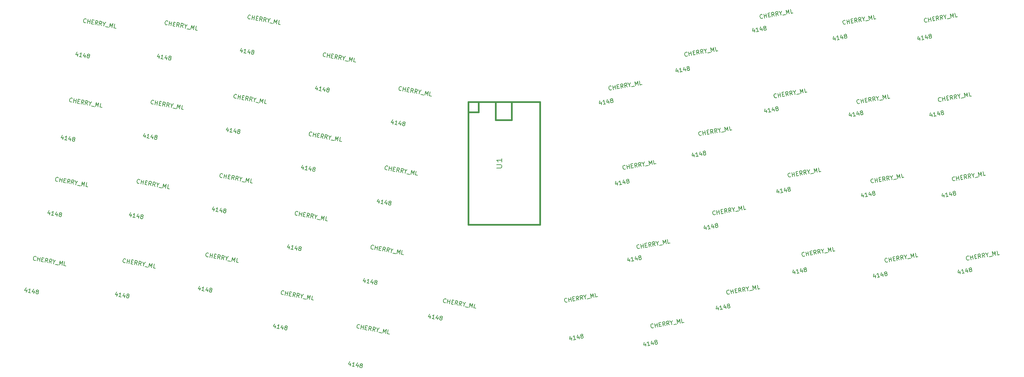
<source format=gbr>
G04 #@! TF.FileFunction,Legend,Top*
%FSLAX46Y46*%
G04 Gerber Fmt 4.6, Leading zero omitted, Abs format (unit mm)*
G04 Created by KiCad (PCBNEW 4.0.2-stable) date 30/03/2016 21:54:54*
%MOMM*%
G01*
G04 APERTURE LIST*
%ADD10C,0.100000*%
%ADD11C,0.381000*%
%ADD12C,0.203200*%
%ADD13C,0.150000*%
G04 APERTURE END LIST*
D10*
D11*
X147904500Y-82760000D02*
X147904500Y-87205000D01*
X147904500Y-87205000D02*
X151905000Y-87205000D01*
X151905000Y-87205000D02*
X151905000Y-82760000D01*
X158890000Y-82760000D02*
X141110000Y-82760000D01*
X141110000Y-82760000D02*
X141110000Y-113240000D01*
X141110000Y-113240000D02*
X158890000Y-113240000D01*
X158890000Y-113240000D02*
X158890000Y-82760000D01*
X143650000Y-82760000D02*
X143650000Y-85300000D01*
X143650000Y-85300000D02*
X141110000Y-85300000D01*
D12*
X148161524Y-99161143D02*
X149189619Y-99161143D01*
X149310571Y-99088571D01*
X149371048Y-99016000D01*
X149431524Y-98870857D01*
X149431524Y-98580571D01*
X149371048Y-98435429D01*
X149310571Y-98362857D01*
X149189619Y-98290286D01*
X148161524Y-98290286D01*
X149431524Y-96766286D02*
X149431524Y-97637143D01*
X149431524Y-97201715D02*
X148161524Y-97201715D01*
X148342952Y-97346858D01*
X148463905Y-97492000D01*
X148524381Y-97637143D01*
D13*
X224591314Y-120939452D02*
X224552687Y-120994616D01*
X224420269Y-121066319D01*
X224326478Y-121082857D01*
X224177522Y-121060768D01*
X224067193Y-120983515D01*
X224003759Y-120897993D01*
X223923788Y-120718679D01*
X223898981Y-120577992D01*
X223912800Y-120382141D01*
X223943158Y-120280081D01*
X224020411Y-120169752D01*
X224152830Y-120098049D01*
X224246621Y-120081511D01*
X224395577Y-120103600D01*
X224450741Y-120142226D01*
X225029912Y-120958822D02*
X224856263Y-119974015D01*
X224938953Y-120442970D02*
X225501701Y-120343743D01*
X225592659Y-120859595D02*
X225419011Y-119874787D01*
X225970656Y-120261053D02*
X226298926Y-120203170D01*
X226530572Y-120694216D02*
X226061615Y-120776905D01*
X225887967Y-119792098D01*
X226356923Y-119709408D01*
X227515379Y-120520567D02*
X227104420Y-120109494D01*
X226952632Y-120619795D02*
X226778983Y-119634987D01*
X227154149Y-119568835D01*
X227256209Y-119599193D01*
X227311373Y-119637820D01*
X227374807Y-119723342D01*
X227399614Y-119864029D01*
X227369256Y-119966089D01*
X227330629Y-120021253D01*
X227245107Y-120084687D01*
X226869942Y-120150838D01*
X228500187Y-120346919D02*
X228089227Y-119935845D01*
X227937439Y-120446147D02*
X227763791Y-119461339D01*
X228138957Y-119395187D01*
X228241017Y-119425545D01*
X228296181Y-119464172D01*
X228359615Y-119549694D01*
X228384422Y-119690380D01*
X228354064Y-119792440D01*
X228315437Y-119847605D01*
X228229915Y-119911038D01*
X227854750Y-119977190D01*
X229027140Y-119770466D02*
X229109829Y-120239423D01*
X228607912Y-119312498D02*
X229027140Y-119770466D01*
X229264451Y-119196732D01*
X229548428Y-120258793D02*
X230298758Y-120126490D01*
X230516698Y-119991354D02*
X230343050Y-119006546D01*
X230795354Y-119652098D01*
X230999589Y-118890781D01*
X231173237Y-119875588D01*
X232111149Y-119710209D02*
X231642193Y-119792899D01*
X231468544Y-118808091D01*
X241682746Y-102694372D02*
X241644119Y-102749536D01*
X241511701Y-102821239D01*
X241417910Y-102837777D01*
X241268954Y-102815688D01*
X241158625Y-102738435D01*
X241095191Y-102652913D01*
X241015220Y-102473599D01*
X240990413Y-102332912D01*
X241004232Y-102137061D01*
X241034590Y-102035001D01*
X241111843Y-101924672D01*
X241244262Y-101852969D01*
X241338053Y-101836431D01*
X241487009Y-101858520D01*
X241542173Y-101897146D01*
X242121344Y-102713742D02*
X241947695Y-101728935D01*
X242030385Y-102197890D02*
X242593133Y-102098663D01*
X242684091Y-102614515D02*
X242510443Y-101629707D01*
X243062088Y-102015973D02*
X243390358Y-101958090D01*
X243622004Y-102449136D02*
X243153047Y-102531825D01*
X242979399Y-101547018D01*
X243448355Y-101464328D01*
X244606811Y-102275487D02*
X244195852Y-101864414D01*
X244044064Y-102374715D02*
X243870415Y-101389907D01*
X244245581Y-101323755D01*
X244347641Y-101354113D01*
X244402805Y-101392740D01*
X244466239Y-101478262D01*
X244491046Y-101618949D01*
X244460688Y-101721009D01*
X244422061Y-101776173D01*
X244336539Y-101839607D01*
X243961374Y-101905758D01*
X245591619Y-102101839D02*
X245180659Y-101690765D01*
X245028871Y-102201067D02*
X244855223Y-101216259D01*
X245230389Y-101150107D01*
X245332449Y-101180465D01*
X245387613Y-101219092D01*
X245451047Y-101304614D01*
X245475854Y-101445300D01*
X245445496Y-101547360D01*
X245406869Y-101602525D01*
X245321347Y-101665958D01*
X244946182Y-101732110D01*
X246118572Y-101525386D02*
X246201261Y-101994343D01*
X245699344Y-101067418D02*
X246118572Y-101525386D01*
X246355883Y-100951652D01*
X246639860Y-102013713D02*
X247390190Y-101881410D01*
X247608130Y-101746274D02*
X247434482Y-100761466D01*
X247886786Y-101407018D01*
X248091021Y-100645701D01*
X248264669Y-101630508D01*
X249202581Y-101465129D02*
X248733625Y-101547819D01*
X248559976Y-100563011D01*
X44290756Y-70697006D02*
X44174990Y-71353544D01*
X44122429Y-70280496D02*
X43763916Y-70942586D01*
X44373560Y-71050082D01*
X45206694Y-71535462D02*
X44643946Y-71436234D01*
X44925319Y-71485848D02*
X45098967Y-70501040D01*
X44980369Y-70625189D01*
X44870040Y-70702442D01*
X44767980Y-70732800D01*
X46166580Y-71027764D02*
X46050815Y-71684303D01*
X45998253Y-70611255D02*
X45639741Y-71273344D01*
X46249384Y-71380841D01*
X46806580Y-71237320D02*
X46721058Y-71173887D01*
X46682431Y-71118722D01*
X46652074Y-71016662D01*
X46660343Y-70969767D01*
X46723776Y-70884245D01*
X46778941Y-70845618D01*
X46881001Y-70815260D01*
X47068584Y-70848336D01*
X47154106Y-70911770D01*
X47192733Y-70966934D01*
X47223090Y-71068994D01*
X47214821Y-71115890D01*
X47151388Y-71201412D01*
X47096223Y-71240039D01*
X46994163Y-71270396D01*
X46806580Y-71237320D01*
X46704520Y-71267678D01*
X46649356Y-71306305D01*
X46585922Y-71391828D01*
X46552846Y-71579410D01*
X46583204Y-71681470D01*
X46621830Y-71736635D01*
X46707353Y-71800068D01*
X46894936Y-71833144D01*
X46996996Y-71802786D01*
X47052160Y-71764160D01*
X47115594Y-71678638D01*
X47148670Y-71491055D01*
X47118312Y-71388994D01*
X47079686Y-71333830D01*
X46994163Y-71270396D01*
X40644144Y-91377969D02*
X40528378Y-92034507D01*
X40475817Y-90961459D02*
X40117304Y-91623549D01*
X40726948Y-91731045D01*
X41560082Y-92216425D02*
X40997334Y-92117197D01*
X41278707Y-92166811D02*
X41452355Y-91182003D01*
X41333757Y-91306152D01*
X41223428Y-91383405D01*
X41121368Y-91413763D01*
X42519968Y-91708727D02*
X42404203Y-92365266D01*
X42351641Y-91292218D02*
X41993129Y-91954307D01*
X42602772Y-92061804D01*
X43159968Y-91918283D02*
X43074446Y-91854850D01*
X43035819Y-91799685D01*
X43005462Y-91697625D01*
X43013731Y-91650730D01*
X43077164Y-91565208D01*
X43132329Y-91526581D01*
X43234389Y-91496223D01*
X43421972Y-91529299D01*
X43507494Y-91592733D01*
X43546121Y-91647897D01*
X43576478Y-91749957D01*
X43568209Y-91796853D01*
X43504776Y-91882375D01*
X43449611Y-91921002D01*
X43347551Y-91951359D01*
X43159968Y-91918283D01*
X43057908Y-91948641D01*
X43002744Y-91987268D01*
X42939310Y-92072791D01*
X42906234Y-92260373D01*
X42936592Y-92362433D01*
X42975218Y-92417598D01*
X43060741Y-92481031D01*
X43248324Y-92514107D01*
X43350384Y-92483749D01*
X43405548Y-92445123D01*
X43468982Y-92359601D01*
X43502058Y-92172018D01*
X43471700Y-92069957D01*
X43433074Y-92014793D01*
X43347551Y-91951359D01*
X37344829Y-110089316D02*
X37229063Y-110745854D01*
X37176502Y-109672806D02*
X36817989Y-110334896D01*
X37427633Y-110442392D01*
X38260767Y-110927772D02*
X37698019Y-110828544D01*
X37979392Y-110878158D02*
X38153040Y-109893350D01*
X38034442Y-110017499D01*
X37924113Y-110094752D01*
X37822053Y-110125110D01*
X39220653Y-110420074D02*
X39104888Y-111076613D01*
X39052326Y-110003565D02*
X38693814Y-110665654D01*
X39303457Y-110773151D01*
X39860653Y-110629630D02*
X39775131Y-110566197D01*
X39736504Y-110511032D01*
X39706147Y-110408972D01*
X39714416Y-110362077D01*
X39777849Y-110276555D01*
X39833014Y-110237928D01*
X39935074Y-110207570D01*
X40122657Y-110240646D01*
X40208179Y-110304080D01*
X40246806Y-110359244D01*
X40277163Y-110461304D01*
X40268894Y-110508200D01*
X40205461Y-110593722D01*
X40150296Y-110632349D01*
X40048236Y-110662706D01*
X39860653Y-110629630D01*
X39758593Y-110659988D01*
X39703429Y-110698615D01*
X39639995Y-110784138D01*
X39606919Y-110971720D01*
X39637277Y-111073780D01*
X39675903Y-111128945D01*
X39761426Y-111192378D01*
X39949009Y-111225454D01*
X40051069Y-111195096D01*
X40106233Y-111156470D01*
X40169667Y-111070948D01*
X40202743Y-110883365D01*
X40172385Y-110781304D01*
X40133759Y-110726140D01*
X40048236Y-110662706D01*
X31627564Y-129295922D02*
X31511798Y-129952460D01*
X31459237Y-128879412D02*
X31100724Y-129541502D01*
X31710368Y-129648998D01*
X32543502Y-130134378D02*
X31980754Y-130035150D01*
X32262127Y-130084764D02*
X32435775Y-129099956D01*
X32317177Y-129224105D01*
X32206848Y-129301358D01*
X32104788Y-129331716D01*
X33503388Y-129626680D02*
X33387623Y-130283219D01*
X33335061Y-129210171D02*
X32976549Y-129872260D01*
X33586192Y-129979757D01*
X34143388Y-129836236D02*
X34057866Y-129772803D01*
X34019239Y-129717638D01*
X33988882Y-129615578D01*
X33997151Y-129568683D01*
X34060584Y-129483161D01*
X34115749Y-129444534D01*
X34217809Y-129414176D01*
X34405392Y-129447252D01*
X34490914Y-129510686D01*
X34529541Y-129565850D01*
X34559898Y-129667910D01*
X34551629Y-129714806D01*
X34488196Y-129800328D01*
X34433031Y-129838955D01*
X34330971Y-129869312D01*
X34143388Y-129836236D01*
X34041328Y-129866594D01*
X33986164Y-129905221D01*
X33922730Y-129990744D01*
X33889654Y-130178326D01*
X33920012Y-130280386D01*
X33958638Y-130335551D01*
X34044161Y-130398984D01*
X34231744Y-130432060D01*
X34333804Y-130401702D01*
X34388968Y-130363076D01*
X34452402Y-130277554D01*
X34485478Y-130089971D01*
X34455120Y-129987910D01*
X34416494Y-129932746D01*
X34330971Y-129869312D01*
X64507855Y-71215546D02*
X64392089Y-71872084D01*
X64339528Y-70799036D02*
X63981015Y-71461126D01*
X64590659Y-71568622D01*
X65423793Y-72054002D02*
X64861045Y-71954774D01*
X65142418Y-72004388D02*
X65316066Y-71019580D01*
X65197468Y-71143729D01*
X65087139Y-71220982D01*
X64985079Y-71251340D01*
X66383679Y-71546304D02*
X66267914Y-72202843D01*
X66215352Y-71129795D02*
X65856840Y-71791884D01*
X66466483Y-71899381D01*
X67023679Y-71755860D02*
X66938157Y-71692427D01*
X66899530Y-71637262D01*
X66869173Y-71535202D01*
X66877442Y-71488307D01*
X66940875Y-71402785D01*
X66996040Y-71364158D01*
X67098100Y-71333800D01*
X67285683Y-71366876D01*
X67371205Y-71430310D01*
X67409832Y-71485474D01*
X67440189Y-71587534D01*
X67431920Y-71634430D01*
X67368487Y-71719952D01*
X67313322Y-71758579D01*
X67211262Y-71788936D01*
X67023679Y-71755860D01*
X66921619Y-71786218D01*
X66866455Y-71824845D01*
X66803021Y-71910368D01*
X66769945Y-72097950D01*
X66800303Y-72200010D01*
X66838929Y-72255175D01*
X66924452Y-72318608D01*
X67112035Y-72351684D01*
X67214095Y-72321326D01*
X67269259Y-72282700D01*
X67332693Y-72197178D01*
X67365769Y-72009595D01*
X67335411Y-71907534D01*
X67296785Y-71852370D01*
X67211262Y-71788936D01*
X61034892Y-90911701D02*
X60919126Y-91568239D01*
X60866565Y-90495191D02*
X60508052Y-91157281D01*
X61117696Y-91264777D01*
X61950830Y-91750157D02*
X61388082Y-91650929D01*
X61669455Y-91700543D02*
X61843103Y-90715735D01*
X61724505Y-90839884D01*
X61614176Y-90917137D01*
X61512116Y-90947495D01*
X62910716Y-91242459D02*
X62794951Y-91898998D01*
X62742389Y-90825950D02*
X62383877Y-91488039D01*
X62993520Y-91595536D01*
X63550716Y-91452015D02*
X63465194Y-91388582D01*
X63426567Y-91333417D01*
X63396210Y-91231357D01*
X63404479Y-91184462D01*
X63467912Y-91098940D01*
X63523077Y-91060313D01*
X63625137Y-91029955D01*
X63812720Y-91063031D01*
X63898242Y-91126465D01*
X63936869Y-91181629D01*
X63967226Y-91283689D01*
X63958957Y-91330585D01*
X63895524Y-91416107D01*
X63840359Y-91454734D01*
X63738299Y-91485091D01*
X63550716Y-91452015D01*
X63448656Y-91482373D01*
X63393492Y-91521000D01*
X63330058Y-91606523D01*
X63296982Y-91794105D01*
X63327340Y-91896165D01*
X63365966Y-91951330D01*
X63451489Y-92014763D01*
X63639072Y-92047839D01*
X63741132Y-92017481D01*
X63796296Y-91978855D01*
X63859730Y-91893333D01*
X63892806Y-91705750D01*
X63862448Y-91603689D01*
X63823822Y-91548525D01*
X63738299Y-91485091D01*
X57561928Y-110607856D02*
X57446162Y-111264394D01*
X57393601Y-110191346D02*
X57035088Y-110853436D01*
X57644732Y-110960932D01*
X58477866Y-111446312D02*
X57915118Y-111347084D01*
X58196491Y-111396698D02*
X58370139Y-110411890D01*
X58251541Y-110536039D01*
X58141212Y-110613292D01*
X58039152Y-110643650D01*
X59437752Y-110938614D02*
X59321987Y-111595153D01*
X59269425Y-110522105D02*
X58910913Y-111184194D01*
X59520556Y-111291691D01*
X60077752Y-111148170D02*
X59992230Y-111084737D01*
X59953603Y-111029572D01*
X59923246Y-110927512D01*
X59931515Y-110880617D01*
X59994948Y-110795095D01*
X60050113Y-110756468D01*
X60152173Y-110726110D01*
X60339756Y-110759186D01*
X60425278Y-110822620D01*
X60463905Y-110877784D01*
X60494262Y-110979844D01*
X60485993Y-111026740D01*
X60422560Y-111112262D01*
X60367395Y-111150889D01*
X60265335Y-111181246D01*
X60077752Y-111148170D01*
X59975692Y-111178528D01*
X59920528Y-111217155D01*
X59857094Y-111302678D01*
X59824018Y-111490260D01*
X59854376Y-111592320D01*
X59893002Y-111647485D01*
X59978525Y-111710918D01*
X60166108Y-111743994D01*
X60268168Y-111713636D01*
X60323332Y-111675010D01*
X60386766Y-111589488D01*
X60419842Y-111401905D01*
X60389484Y-111299844D01*
X60350858Y-111244680D01*
X60265335Y-111181246D01*
X54088965Y-130304011D02*
X53973199Y-130960549D01*
X53920638Y-129887501D02*
X53562125Y-130549591D01*
X54171769Y-130657087D01*
X55004903Y-131142467D02*
X54442155Y-131043239D01*
X54723528Y-131092853D02*
X54897176Y-130108045D01*
X54778578Y-130232194D01*
X54668249Y-130309447D01*
X54566189Y-130339805D01*
X55964789Y-130634769D02*
X55849024Y-131291308D01*
X55796462Y-130218260D02*
X55437950Y-130880349D01*
X56047593Y-130987846D01*
X56604789Y-130844325D02*
X56519267Y-130780892D01*
X56480640Y-130725727D01*
X56450283Y-130623667D01*
X56458552Y-130576772D01*
X56521985Y-130491250D01*
X56577150Y-130452623D01*
X56679210Y-130422265D01*
X56866793Y-130455341D01*
X56952315Y-130518775D01*
X56990942Y-130573939D01*
X57021299Y-130675999D01*
X57013030Y-130722895D01*
X56949597Y-130808417D01*
X56894432Y-130847044D01*
X56792372Y-130877401D01*
X56604789Y-130844325D01*
X56502729Y-130874683D01*
X56447565Y-130913310D01*
X56384131Y-130998833D01*
X56351055Y-131186415D01*
X56381413Y-131288475D01*
X56420039Y-131343640D01*
X56505562Y-131407073D01*
X56693145Y-131440149D01*
X56795205Y-131409791D01*
X56850369Y-131371165D01*
X56913803Y-131285643D01*
X56946879Y-131098060D01*
X56916521Y-130995999D01*
X56877895Y-130940835D01*
X56792372Y-130877401D01*
X85072251Y-69764471D02*
X84956485Y-70421009D01*
X84903924Y-69347961D02*
X84545411Y-70010051D01*
X85155055Y-70117547D01*
X85988189Y-70602927D02*
X85425441Y-70503699D01*
X85706814Y-70553313D02*
X85880462Y-69568505D01*
X85761864Y-69692654D01*
X85651535Y-69769907D01*
X85549475Y-69800265D01*
X86948075Y-70095229D02*
X86832310Y-70751768D01*
X86779748Y-69678720D02*
X86421236Y-70340809D01*
X87030879Y-70448306D01*
X87588075Y-70304785D02*
X87502553Y-70241352D01*
X87463926Y-70186187D01*
X87433569Y-70084127D01*
X87441838Y-70037232D01*
X87505271Y-69951710D01*
X87560436Y-69913083D01*
X87662496Y-69882725D01*
X87850079Y-69915801D01*
X87935601Y-69979235D01*
X87974228Y-70034399D01*
X88004585Y-70136459D01*
X87996316Y-70183355D01*
X87932883Y-70268877D01*
X87877718Y-70307504D01*
X87775658Y-70337861D01*
X87588075Y-70304785D01*
X87486015Y-70335143D01*
X87430851Y-70373770D01*
X87367417Y-70459293D01*
X87334341Y-70646875D01*
X87364699Y-70748935D01*
X87403325Y-70804100D01*
X87488848Y-70867533D01*
X87676431Y-70900609D01*
X87778491Y-70870251D01*
X87833655Y-70831625D01*
X87897089Y-70746103D01*
X87930165Y-70558520D01*
X87899807Y-70456459D01*
X87861181Y-70401295D01*
X87775658Y-70337861D01*
X81599288Y-89460626D02*
X81483522Y-90117164D01*
X81430961Y-89044116D02*
X81072448Y-89706206D01*
X81682092Y-89813702D01*
X82515226Y-90299082D02*
X81952478Y-90199854D01*
X82233851Y-90249468D02*
X82407499Y-89264660D01*
X82288901Y-89388809D01*
X82178572Y-89466062D01*
X82076512Y-89496420D01*
X83475112Y-89791384D02*
X83359347Y-90447923D01*
X83306785Y-89374875D02*
X82948273Y-90036964D01*
X83557916Y-90144461D01*
X84115112Y-90000940D02*
X84029590Y-89937507D01*
X83990963Y-89882342D01*
X83960606Y-89780282D01*
X83968875Y-89733387D01*
X84032308Y-89647865D01*
X84087473Y-89609238D01*
X84189533Y-89578880D01*
X84377116Y-89611956D01*
X84462638Y-89675390D01*
X84501265Y-89730554D01*
X84531622Y-89832614D01*
X84523353Y-89879510D01*
X84459920Y-89965032D01*
X84404755Y-90003659D01*
X84302695Y-90034016D01*
X84115112Y-90000940D01*
X84013052Y-90031298D01*
X83957888Y-90069925D01*
X83894454Y-90155448D01*
X83861378Y-90343030D01*
X83891736Y-90445090D01*
X83930362Y-90500255D01*
X84015885Y-90563688D01*
X84203468Y-90596764D01*
X84305528Y-90566406D01*
X84360692Y-90527780D01*
X84424126Y-90442258D01*
X84457202Y-90254675D01*
X84426844Y-90152614D01*
X84388218Y-90097450D01*
X84302695Y-90034016D01*
X78126324Y-109156781D02*
X78010558Y-109813319D01*
X77957997Y-108740271D02*
X77599484Y-109402361D01*
X78209128Y-109509857D01*
X79042262Y-109995237D02*
X78479514Y-109896009D01*
X78760887Y-109945623D02*
X78934535Y-108960815D01*
X78815937Y-109084964D01*
X78705608Y-109162217D01*
X78603548Y-109192575D01*
X80002148Y-109487539D02*
X79886383Y-110144078D01*
X79833821Y-109071030D02*
X79475309Y-109733119D01*
X80084952Y-109840616D01*
X80642148Y-109697095D02*
X80556626Y-109633662D01*
X80517999Y-109578497D01*
X80487642Y-109476437D01*
X80495911Y-109429542D01*
X80559344Y-109344020D01*
X80614509Y-109305393D01*
X80716569Y-109275035D01*
X80904152Y-109308111D01*
X80989674Y-109371545D01*
X81028301Y-109426709D01*
X81058658Y-109528769D01*
X81050389Y-109575665D01*
X80986956Y-109661187D01*
X80931791Y-109699814D01*
X80829731Y-109730171D01*
X80642148Y-109697095D01*
X80540088Y-109727453D01*
X80484924Y-109766080D01*
X80421490Y-109851603D01*
X80388414Y-110039185D01*
X80418772Y-110141245D01*
X80457398Y-110196410D01*
X80542921Y-110259843D01*
X80730504Y-110292919D01*
X80832564Y-110262561D01*
X80887728Y-110223935D01*
X80951162Y-110138413D01*
X80984238Y-109950830D01*
X80953880Y-109848769D01*
X80915254Y-109793605D01*
X80829731Y-109730171D01*
X74653361Y-128852936D02*
X74537595Y-129509474D01*
X74485034Y-128436426D02*
X74126521Y-129098516D01*
X74736165Y-129206012D01*
X75569299Y-129691392D02*
X75006551Y-129592164D01*
X75287924Y-129641778D02*
X75461572Y-128656970D01*
X75342974Y-128781119D01*
X75232645Y-128858372D01*
X75130585Y-128888730D01*
X76529185Y-129183694D02*
X76413420Y-129840233D01*
X76360858Y-128767185D02*
X76002346Y-129429274D01*
X76611989Y-129536771D01*
X77169185Y-129393250D02*
X77083663Y-129329817D01*
X77045036Y-129274652D01*
X77014679Y-129172592D01*
X77022948Y-129125697D01*
X77086381Y-129040175D01*
X77141546Y-129001548D01*
X77243606Y-128971190D01*
X77431189Y-129004266D01*
X77516711Y-129067700D01*
X77555338Y-129122864D01*
X77585695Y-129224924D01*
X77577426Y-129271820D01*
X77513993Y-129357342D01*
X77458828Y-129395969D01*
X77356768Y-129426326D01*
X77169185Y-129393250D01*
X77067125Y-129423608D01*
X77011961Y-129462235D01*
X76948527Y-129547758D01*
X76915451Y-129735340D01*
X76945809Y-129837400D01*
X76984435Y-129892565D01*
X77069958Y-129955998D01*
X77257541Y-129989074D01*
X77359601Y-129958716D01*
X77414765Y-129920090D01*
X77478199Y-129834568D01*
X77511275Y-129646985D01*
X77480917Y-129544924D01*
X77442291Y-129489760D01*
X77356768Y-129426326D01*
X103726517Y-79146281D02*
X103610751Y-79802819D01*
X103558190Y-78729771D02*
X103199677Y-79391861D01*
X103809321Y-79499357D01*
X104642455Y-79984737D02*
X104079707Y-79885509D01*
X104361080Y-79935123D02*
X104534728Y-78950315D01*
X104416130Y-79074464D01*
X104305801Y-79151717D01*
X104203741Y-79182075D01*
X105602341Y-79477039D02*
X105486576Y-80133578D01*
X105434014Y-79060530D02*
X105075502Y-79722619D01*
X105685145Y-79830116D01*
X106242341Y-79686595D02*
X106156819Y-79623162D01*
X106118192Y-79567997D01*
X106087835Y-79465937D01*
X106096104Y-79419042D01*
X106159537Y-79333520D01*
X106214702Y-79294893D01*
X106316762Y-79264535D01*
X106504345Y-79297611D01*
X106589867Y-79361045D01*
X106628494Y-79416209D01*
X106658851Y-79518269D01*
X106650582Y-79565165D01*
X106587149Y-79650687D01*
X106531984Y-79689314D01*
X106429924Y-79719671D01*
X106242341Y-79686595D01*
X106140281Y-79716953D01*
X106085117Y-79755580D01*
X106021683Y-79841103D01*
X105988607Y-80028685D01*
X106018965Y-80130745D01*
X106057591Y-80185910D01*
X106143114Y-80249343D01*
X106330697Y-80282419D01*
X106432757Y-80252061D01*
X106487921Y-80213435D01*
X106551355Y-80127913D01*
X106584431Y-79940330D01*
X106554073Y-79838269D01*
X106515447Y-79783105D01*
X106429924Y-79719671D01*
X100253554Y-98842436D02*
X100137788Y-99498974D01*
X100085227Y-98425926D02*
X99726714Y-99088016D01*
X100336358Y-99195512D01*
X101169492Y-99680892D02*
X100606744Y-99581664D01*
X100888117Y-99631278D02*
X101061765Y-98646470D01*
X100943167Y-98770619D01*
X100832838Y-98847872D01*
X100730778Y-98878230D01*
X102129378Y-99173194D02*
X102013613Y-99829733D01*
X101961051Y-98756685D02*
X101602539Y-99418774D01*
X102212182Y-99526271D01*
X102769378Y-99382750D02*
X102683856Y-99319317D01*
X102645229Y-99264152D01*
X102614872Y-99162092D01*
X102623141Y-99115197D01*
X102686574Y-99029675D01*
X102741739Y-98991048D01*
X102843799Y-98960690D01*
X103031382Y-98993766D01*
X103116904Y-99057200D01*
X103155531Y-99112364D01*
X103185888Y-99214424D01*
X103177619Y-99261320D01*
X103114186Y-99346842D01*
X103059021Y-99385469D01*
X102956961Y-99415826D01*
X102769378Y-99382750D01*
X102667318Y-99413108D01*
X102612154Y-99451735D01*
X102548720Y-99537258D01*
X102515644Y-99724840D01*
X102546002Y-99826900D01*
X102584628Y-99882065D01*
X102670151Y-99945498D01*
X102857734Y-99978574D01*
X102959794Y-99948216D01*
X103014958Y-99909590D01*
X103078392Y-99824068D01*
X103111468Y-99636485D01*
X103081110Y-99534424D01*
X103042484Y-99479260D01*
X102956961Y-99415826D01*
X96780590Y-118538591D02*
X96664824Y-119195129D01*
X96612263Y-118122081D02*
X96253750Y-118784171D01*
X96863394Y-118891667D01*
X97696528Y-119377047D02*
X97133780Y-119277819D01*
X97415153Y-119327433D02*
X97588801Y-118342625D01*
X97470203Y-118466774D01*
X97359874Y-118544027D01*
X97257814Y-118574385D01*
X98656414Y-118869349D02*
X98540649Y-119525888D01*
X98488087Y-118452840D02*
X98129575Y-119114929D01*
X98739218Y-119222426D01*
X99296414Y-119078905D02*
X99210892Y-119015472D01*
X99172265Y-118960307D01*
X99141908Y-118858247D01*
X99150177Y-118811352D01*
X99213610Y-118725830D01*
X99268775Y-118687203D01*
X99370835Y-118656845D01*
X99558418Y-118689921D01*
X99643940Y-118753355D01*
X99682567Y-118808519D01*
X99712924Y-118910579D01*
X99704655Y-118957475D01*
X99641222Y-119042997D01*
X99586057Y-119081624D01*
X99483997Y-119111981D01*
X99296414Y-119078905D01*
X99194354Y-119109263D01*
X99139190Y-119147890D01*
X99075756Y-119233413D01*
X99042680Y-119420995D01*
X99073038Y-119523055D01*
X99111664Y-119578220D01*
X99197187Y-119641653D01*
X99384770Y-119674729D01*
X99486830Y-119644371D01*
X99541994Y-119605745D01*
X99605428Y-119520223D01*
X99638504Y-119332640D01*
X99608146Y-119230579D01*
X99569520Y-119175415D01*
X99483997Y-119111981D01*
X93307627Y-138234746D02*
X93191861Y-138891284D01*
X93139300Y-137818236D02*
X92780787Y-138480326D01*
X93390431Y-138587822D01*
X94223565Y-139073202D02*
X93660817Y-138973974D01*
X93942190Y-139023588D02*
X94115838Y-138038780D01*
X93997240Y-138162929D01*
X93886911Y-138240182D01*
X93784851Y-138270540D01*
X95183451Y-138565504D02*
X95067686Y-139222043D01*
X95015124Y-138148995D02*
X94656612Y-138811084D01*
X95266255Y-138918581D01*
X95823451Y-138775060D02*
X95737929Y-138711627D01*
X95699302Y-138656462D01*
X95668945Y-138554402D01*
X95677214Y-138507507D01*
X95740647Y-138421985D01*
X95795812Y-138383358D01*
X95897872Y-138353000D01*
X96085455Y-138386076D01*
X96170977Y-138449510D01*
X96209604Y-138504674D01*
X96239961Y-138606734D01*
X96231692Y-138653630D01*
X96168259Y-138739152D01*
X96113094Y-138777779D01*
X96011034Y-138808136D01*
X95823451Y-138775060D01*
X95721391Y-138805418D01*
X95666227Y-138844045D01*
X95602793Y-138929568D01*
X95569717Y-139117150D01*
X95600075Y-139219210D01*
X95638701Y-139274375D01*
X95724224Y-139337808D01*
X95911807Y-139370884D01*
X96013867Y-139340526D01*
X96069031Y-139301900D01*
X96132465Y-139216378D01*
X96165541Y-139028795D01*
X96135183Y-138926734D01*
X96096557Y-138871570D01*
X96011034Y-138808136D01*
X122554431Y-87543283D02*
X122438665Y-88199821D01*
X122386104Y-87126773D02*
X122027591Y-87788863D01*
X122637235Y-87896359D01*
X123470369Y-88381739D02*
X122907621Y-88282511D01*
X123188994Y-88332125D02*
X123362642Y-87347317D01*
X123244044Y-87471466D01*
X123133715Y-87548719D01*
X123031655Y-87579077D01*
X124430255Y-87874041D02*
X124314490Y-88530580D01*
X124261928Y-87457532D02*
X123903416Y-88119621D01*
X124513059Y-88227118D01*
X125070255Y-88083597D02*
X124984733Y-88020164D01*
X124946106Y-87964999D01*
X124915749Y-87862939D01*
X124924018Y-87816044D01*
X124987451Y-87730522D01*
X125042616Y-87691895D01*
X125144676Y-87661537D01*
X125332259Y-87694613D01*
X125417781Y-87758047D01*
X125456408Y-87813211D01*
X125486765Y-87915271D01*
X125478496Y-87962167D01*
X125415063Y-88047689D01*
X125359898Y-88086316D01*
X125257838Y-88116673D01*
X125070255Y-88083597D01*
X124968195Y-88113955D01*
X124913031Y-88152582D01*
X124849597Y-88238105D01*
X124816521Y-88425687D01*
X124846879Y-88527747D01*
X124885505Y-88582912D01*
X124971028Y-88646345D01*
X125158611Y-88679421D01*
X125260671Y-88649063D01*
X125315835Y-88610437D01*
X125379269Y-88524915D01*
X125412345Y-88337332D01*
X125381987Y-88235271D01*
X125343361Y-88180107D01*
X125257838Y-88116673D01*
X119081468Y-107239438D02*
X118965702Y-107895976D01*
X118913141Y-106822928D02*
X118554628Y-107485018D01*
X119164272Y-107592514D01*
X119997406Y-108077894D02*
X119434658Y-107978666D01*
X119716031Y-108028280D02*
X119889679Y-107043472D01*
X119771081Y-107167621D01*
X119660752Y-107244874D01*
X119558692Y-107275232D01*
X120957292Y-107570196D02*
X120841527Y-108226735D01*
X120788965Y-107153687D02*
X120430453Y-107815776D01*
X121040096Y-107923273D01*
X121597292Y-107779752D02*
X121511770Y-107716319D01*
X121473143Y-107661154D01*
X121442786Y-107559094D01*
X121451055Y-107512199D01*
X121514488Y-107426677D01*
X121569653Y-107388050D01*
X121671713Y-107357692D01*
X121859296Y-107390768D01*
X121944818Y-107454202D01*
X121983445Y-107509366D01*
X122013802Y-107611426D01*
X122005533Y-107658322D01*
X121942100Y-107743844D01*
X121886935Y-107782471D01*
X121784875Y-107812828D01*
X121597292Y-107779752D01*
X121495232Y-107810110D01*
X121440068Y-107848737D01*
X121376634Y-107934260D01*
X121343558Y-108121842D01*
X121373916Y-108223902D01*
X121412542Y-108279067D01*
X121498065Y-108342500D01*
X121685648Y-108375576D01*
X121787708Y-108345218D01*
X121842872Y-108306592D01*
X121906306Y-108221070D01*
X121939382Y-108033487D01*
X121909024Y-107931426D01*
X121870398Y-107876262D01*
X121784875Y-107812828D01*
X115608504Y-126935593D02*
X115492738Y-127592131D01*
X115440177Y-126519083D02*
X115081664Y-127181173D01*
X115691308Y-127288669D01*
X116524442Y-127774049D02*
X115961694Y-127674821D01*
X116243067Y-127724435D02*
X116416715Y-126739627D01*
X116298117Y-126863776D01*
X116187788Y-126941029D01*
X116085728Y-126971387D01*
X117484328Y-127266351D02*
X117368563Y-127922890D01*
X117316001Y-126849842D02*
X116957489Y-127511931D01*
X117567132Y-127619428D01*
X118124328Y-127475907D02*
X118038806Y-127412474D01*
X118000179Y-127357309D01*
X117969822Y-127255249D01*
X117978091Y-127208354D01*
X118041524Y-127122832D01*
X118096689Y-127084205D01*
X118198749Y-127053847D01*
X118386332Y-127086923D01*
X118471854Y-127150357D01*
X118510481Y-127205521D01*
X118540838Y-127307581D01*
X118532569Y-127354477D01*
X118469136Y-127439999D01*
X118413971Y-127478626D01*
X118311911Y-127508983D01*
X118124328Y-127475907D01*
X118022268Y-127506265D01*
X117967104Y-127544892D01*
X117903670Y-127630415D01*
X117870594Y-127817997D01*
X117900952Y-127920057D01*
X117939578Y-127975222D01*
X118025101Y-128038655D01*
X118212684Y-128071731D01*
X118314744Y-128041373D01*
X118369908Y-128002747D01*
X118433342Y-127917225D01*
X118466418Y-127729642D01*
X118436060Y-127627581D01*
X118397434Y-127572417D01*
X118311911Y-127508983D01*
X111961893Y-147616556D02*
X111846127Y-148273094D01*
X111793566Y-147200046D02*
X111435053Y-147862136D01*
X112044697Y-147969632D01*
X112877831Y-148455012D02*
X112315083Y-148355784D01*
X112596456Y-148405398D02*
X112770104Y-147420590D01*
X112651506Y-147544739D01*
X112541177Y-147621992D01*
X112439117Y-147652350D01*
X113837717Y-147947314D02*
X113721952Y-148603853D01*
X113669390Y-147530805D02*
X113310878Y-148192894D01*
X113920521Y-148300391D01*
X114477717Y-148156870D02*
X114392195Y-148093437D01*
X114353568Y-148038272D01*
X114323211Y-147936212D01*
X114331480Y-147889317D01*
X114394913Y-147803795D01*
X114450078Y-147765168D01*
X114552138Y-147734810D01*
X114739721Y-147767886D01*
X114825243Y-147831320D01*
X114863870Y-147886484D01*
X114894227Y-147988544D01*
X114885958Y-148035440D01*
X114822525Y-148120962D01*
X114767360Y-148159589D01*
X114665300Y-148189946D01*
X114477717Y-148156870D01*
X114375657Y-148187228D01*
X114320493Y-148225855D01*
X114257059Y-148311378D01*
X114223983Y-148498960D01*
X114254341Y-148601020D01*
X114292967Y-148656185D01*
X114378490Y-148719618D01*
X114566073Y-148752694D01*
X114668133Y-148722336D01*
X114723297Y-148683710D01*
X114786731Y-148598188D01*
X114819807Y-148410605D01*
X114789449Y-148308544D01*
X114750823Y-148253380D01*
X114665300Y-148189946D01*
X131775251Y-135797552D02*
X131659485Y-136454090D01*
X131606924Y-135381042D02*
X131248411Y-136043132D01*
X131858055Y-136150628D01*
X132691189Y-136636008D02*
X132128441Y-136536780D01*
X132409814Y-136586394D02*
X132583462Y-135601586D01*
X132464864Y-135725735D01*
X132354535Y-135802988D01*
X132252475Y-135833346D01*
X133651075Y-136128310D02*
X133535310Y-136784849D01*
X133482748Y-135711801D02*
X133124236Y-136373890D01*
X133733879Y-136481387D01*
X134291075Y-136337866D02*
X134205553Y-136274433D01*
X134166926Y-136219268D01*
X134136569Y-136117208D01*
X134144838Y-136070313D01*
X134208271Y-135984791D01*
X134263436Y-135946164D01*
X134365496Y-135915806D01*
X134553079Y-135948882D01*
X134638601Y-136012316D01*
X134677228Y-136067480D01*
X134707585Y-136169540D01*
X134699316Y-136216436D01*
X134635883Y-136301958D01*
X134580718Y-136340585D01*
X134478658Y-136370942D01*
X134291075Y-136337866D01*
X134189015Y-136368224D01*
X134133851Y-136406851D01*
X134070417Y-136492374D01*
X134037341Y-136679956D01*
X134067699Y-136782016D01*
X134106325Y-136837181D01*
X134191848Y-136900614D01*
X134379431Y-136933690D01*
X134481491Y-136903332D01*
X134536655Y-136864706D01*
X134600089Y-136779184D01*
X134633165Y-136591601D01*
X134602807Y-136489540D01*
X134564181Y-136434376D01*
X134478658Y-136370942D01*
X166654630Y-141228864D02*
X166770396Y-141885403D01*
X166354000Y-140895045D02*
X166243556Y-141639824D01*
X166853200Y-141532327D01*
X167802099Y-141703486D02*
X167239351Y-141802714D01*
X167520725Y-141753100D02*
X167347076Y-140768292D01*
X167278092Y-140925517D01*
X167200839Y-141035846D01*
X167115317Y-141099279D01*
X168530454Y-140898106D02*
X168646220Y-141554645D01*
X168229824Y-140564286D02*
X168119381Y-141309066D01*
X168729024Y-141201569D01*
X169203530Y-140876132D02*
X169101470Y-140845774D01*
X169046306Y-140807147D01*
X168982872Y-140721625D01*
X168974603Y-140674730D01*
X169004961Y-140572670D01*
X169043587Y-140517505D01*
X169129110Y-140454072D01*
X169316693Y-140420996D01*
X169418753Y-140451353D01*
X169473917Y-140489980D01*
X169537351Y-140575502D01*
X169545620Y-140622398D01*
X169515262Y-140724458D01*
X169476636Y-140779622D01*
X169391113Y-140843056D01*
X169203530Y-140876132D01*
X169118008Y-140939565D01*
X169079381Y-140994730D01*
X169049024Y-141096791D01*
X169082100Y-141284373D01*
X169145533Y-141369895D01*
X169200698Y-141408522D01*
X169302758Y-141438879D01*
X169490341Y-141405803D01*
X169575863Y-141342370D01*
X169614490Y-141287206D01*
X169644847Y-141185145D01*
X169611772Y-140997563D01*
X169548338Y-140912040D01*
X169493174Y-140873413D01*
X169391113Y-140843056D01*
X174051732Y-82723083D02*
X174167498Y-83379622D01*
X173751102Y-82389264D02*
X173640658Y-83134043D01*
X174250302Y-83026546D01*
X175199201Y-83197705D02*
X174636453Y-83296933D01*
X174917827Y-83247319D02*
X174744178Y-82262511D01*
X174675194Y-82419736D01*
X174597941Y-82530065D01*
X174512419Y-82593498D01*
X175927556Y-82392325D02*
X176043322Y-83048864D01*
X175626926Y-82058505D02*
X175516483Y-82803285D01*
X176126126Y-82695788D01*
X176600632Y-82370351D02*
X176498572Y-82339993D01*
X176443408Y-82301366D01*
X176379974Y-82215844D01*
X176371705Y-82168949D01*
X176402063Y-82066889D01*
X176440689Y-82011724D01*
X176526212Y-81948291D01*
X176713795Y-81915215D01*
X176815855Y-81945572D01*
X176871019Y-81984199D01*
X176934453Y-82069721D01*
X176942722Y-82116617D01*
X176912364Y-82218677D01*
X176873738Y-82273841D01*
X176788215Y-82337275D01*
X176600632Y-82370351D01*
X176515110Y-82433784D01*
X176476483Y-82488949D01*
X176446126Y-82591010D01*
X176479202Y-82778592D01*
X176542635Y-82864114D01*
X176597800Y-82902741D01*
X176699860Y-82933098D01*
X176887443Y-82900022D01*
X176972965Y-82836589D01*
X177011592Y-82781425D01*
X177041949Y-82679364D01*
X177008874Y-82491782D01*
X176945440Y-82406259D01*
X176890276Y-82367632D01*
X176788215Y-82337275D01*
X178051732Y-102723083D02*
X178167498Y-103379622D01*
X177751102Y-102389264D02*
X177640658Y-103134043D01*
X178250302Y-103026546D01*
X179199201Y-103197705D02*
X178636453Y-103296933D01*
X178917827Y-103247319D02*
X178744178Y-102262511D01*
X178675194Y-102419736D01*
X178597941Y-102530065D01*
X178512419Y-102593498D01*
X179927556Y-102392325D02*
X180043322Y-103048864D01*
X179626926Y-102058505D02*
X179516483Y-102803285D01*
X180126126Y-102695788D01*
X180600632Y-102370351D02*
X180498572Y-102339993D01*
X180443408Y-102301366D01*
X180379974Y-102215844D01*
X180371705Y-102168949D01*
X180402063Y-102066889D01*
X180440689Y-102011724D01*
X180526212Y-101948291D01*
X180713795Y-101915215D01*
X180815855Y-101945572D01*
X180871019Y-101984199D01*
X180934453Y-102069721D01*
X180942722Y-102116617D01*
X180912364Y-102218677D01*
X180873738Y-102273841D01*
X180788215Y-102337275D01*
X180600632Y-102370351D01*
X180515110Y-102433784D01*
X180476483Y-102488949D01*
X180446126Y-102591010D01*
X180479202Y-102778592D01*
X180542635Y-102864114D01*
X180597800Y-102902741D01*
X180699860Y-102933098D01*
X180887443Y-102900022D01*
X180972965Y-102836589D01*
X181011592Y-102781425D01*
X181041949Y-102679364D01*
X181008874Y-102491782D01*
X180945440Y-102406259D01*
X180890276Y-102367632D01*
X180788215Y-102337275D01*
X181051732Y-121723083D02*
X181167498Y-122379622D01*
X180751102Y-121389264D02*
X180640658Y-122134043D01*
X181250302Y-122026546D01*
X182199201Y-122197705D02*
X181636453Y-122296933D01*
X181917827Y-122247319D02*
X181744178Y-121262511D01*
X181675194Y-121419736D01*
X181597941Y-121530065D01*
X181512419Y-121593498D01*
X182927556Y-121392325D02*
X183043322Y-122048864D01*
X182626926Y-121058505D02*
X182516483Y-121803285D01*
X183126126Y-121695788D01*
X183600632Y-121370351D02*
X183498572Y-121339993D01*
X183443408Y-121301366D01*
X183379974Y-121215844D01*
X183371705Y-121168949D01*
X183402063Y-121066889D01*
X183440689Y-121011724D01*
X183526212Y-120948291D01*
X183713795Y-120915215D01*
X183815855Y-120945572D01*
X183871019Y-120984199D01*
X183934453Y-121069721D01*
X183942722Y-121116617D01*
X183912364Y-121218677D01*
X183873738Y-121273841D01*
X183788215Y-121337275D01*
X183600632Y-121370351D01*
X183515110Y-121433784D01*
X183476483Y-121488949D01*
X183446126Y-121591010D01*
X183479202Y-121778592D01*
X183542635Y-121864114D01*
X183597800Y-121902741D01*
X183699860Y-121933098D01*
X183887443Y-121900022D01*
X183972965Y-121836589D01*
X184011592Y-121781425D01*
X184041949Y-121679364D01*
X184008874Y-121491782D01*
X183945440Y-121406259D01*
X183890276Y-121367632D01*
X183788215Y-121337275D01*
X185051732Y-142723083D02*
X185167498Y-143379622D01*
X184751102Y-142389264D02*
X184640658Y-143134043D01*
X185250302Y-143026546D01*
X186199201Y-143197705D02*
X185636453Y-143296933D01*
X185917827Y-143247319D02*
X185744178Y-142262511D01*
X185675194Y-142419736D01*
X185597941Y-142530065D01*
X185512419Y-142593498D01*
X186927556Y-142392325D02*
X187043322Y-143048864D01*
X186626926Y-142058505D02*
X186516483Y-142803285D01*
X187126126Y-142695788D01*
X187600632Y-142370351D02*
X187498572Y-142339993D01*
X187443408Y-142301366D01*
X187379974Y-142215844D01*
X187371705Y-142168949D01*
X187402063Y-142066889D01*
X187440689Y-142011724D01*
X187526212Y-141948291D01*
X187713795Y-141915215D01*
X187815855Y-141945572D01*
X187871019Y-141984199D01*
X187934453Y-142069721D01*
X187942722Y-142116617D01*
X187912364Y-142218677D01*
X187873738Y-142273841D01*
X187788215Y-142337275D01*
X187600632Y-142370351D01*
X187515110Y-142433784D01*
X187476483Y-142488949D01*
X187446126Y-142591010D01*
X187479202Y-142778592D01*
X187542635Y-142864114D01*
X187597800Y-142902741D01*
X187699860Y-142933098D01*
X187887443Y-142900022D01*
X187972965Y-142836589D01*
X188011592Y-142781425D01*
X188041949Y-142679364D01*
X188008874Y-142491782D01*
X187945440Y-142406259D01*
X187890276Y-142367632D01*
X187788215Y-142337275D01*
X193051732Y-74723083D02*
X193167498Y-75379622D01*
X192751102Y-74389264D02*
X192640658Y-75134043D01*
X193250302Y-75026546D01*
X194199201Y-75197705D02*
X193636453Y-75296933D01*
X193917827Y-75247319D02*
X193744178Y-74262511D01*
X193675194Y-74419736D01*
X193597941Y-74530065D01*
X193512419Y-74593498D01*
X194927556Y-74392325D02*
X195043322Y-75048864D01*
X194626926Y-74058505D02*
X194516483Y-74803285D01*
X195126126Y-74695788D01*
X195600632Y-74370351D02*
X195498572Y-74339993D01*
X195443408Y-74301366D01*
X195379974Y-74215844D01*
X195371705Y-74168949D01*
X195402063Y-74066889D01*
X195440689Y-74011724D01*
X195526212Y-73948291D01*
X195713795Y-73915215D01*
X195815855Y-73945572D01*
X195871019Y-73984199D01*
X195934453Y-74069721D01*
X195942722Y-74116617D01*
X195912364Y-74218677D01*
X195873738Y-74273841D01*
X195788215Y-74337275D01*
X195600632Y-74370351D01*
X195515110Y-74433784D01*
X195476483Y-74488949D01*
X195446126Y-74591010D01*
X195479202Y-74778592D01*
X195542635Y-74864114D01*
X195597800Y-74902741D01*
X195699860Y-74933098D01*
X195887443Y-74900022D01*
X195972965Y-74836589D01*
X196011592Y-74781425D01*
X196041949Y-74679364D01*
X196008874Y-74491782D01*
X195945440Y-74406259D01*
X195890276Y-74367632D01*
X195788215Y-74337275D01*
X197051732Y-95723083D02*
X197167498Y-96379622D01*
X196751102Y-95389264D02*
X196640658Y-96134043D01*
X197250302Y-96026546D01*
X198199201Y-96197705D02*
X197636453Y-96296933D01*
X197917827Y-96247319D02*
X197744178Y-95262511D01*
X197675194Y-95419736D01*
X197597941Y-95530065D01*
X197512419Y-95593498D01*
X198927556Y-95392325D02*
X199043322Y-96048864D01*
X198626926Y-95058505D02*
X198516483Y-95803285D01*
X199126126Y-95695788D01*
X199600632Y-95370351D02*
X199498572Y-95339993D01*
X199443408Y-95301366D01*
X199379974Y-95215844D01*
X199371705Y-95168949D01*
X199402063Y-95066889D01*
X199440689Y-95011724D01*
X199526212Y-94948291D01*
X199713795Y-94915215D01*
X199815855Y-94945572D01*
X199871019Y-94984199D01*
X199934453Y-95069721D01*
X199942722Y-95116617D01*
X199912364Y-95218677D01*
X199873738Y-95273841D01*
X199788215Y-95337275D01*
X199600632Y-95370351D01*
X199515110Y-95433784D01*
X199476483Y-95488949D01*
X199446126Y-95591010D01*
X199479202Y-95778592D01*
X199542635Y-95864114D01*
X199597800Y-95902741D01*
X199699860Y-95933098D01*
X199887443Y-95900022D01*
X199972965Y-95836589D01*
X200011592Y-95781425D01*
X200041949Y-95679364D01*
X200008874Y-95491782D01*
X199945440Y-95406259D01*
X199890276Y-95367632D01*
X199788215Y-95337275D01*
X200051732Y-113723083D02*
X200167498Y-114379622D01*
X199751102Y-113389264D02*
X199640658Y-114134043D01*
X200250302Y-114026546D01*
X201199201Y-114197705D02*
X200636453Y-114296933D01*
X200917827Y-114247319D02*
X200744178Y-113262511D01*
X200675194Y-113419736D01*
X200597941Y-113530065D01*
X200512419Y-113593498D01*
X201927556Y-113392325D02*
X202043322Y-114048864D01*
X201626926Y-113058505D02*
X201516483Y-113803285D01*
X202126126Y-113695788D01*
X202600632Y-113370351D02*
X202498572Y-113339993D01*
X202443408Y-113301366D01*
X202379974Y-113215844D01*
X202371705Y-113168949D01*
X202402063Y-113066889D01*
X202440689Y-113011724D01*
X202526212Y-112948291D01*
X202713795Y-112915215D01*
X202815855Y-112945572D01*
X202871019Y-112984199D01*
X202934453Y-113069721D01*
X202942722Y-113116617D01*
X202912364Y-113218677D01*
X202873738Y-113273841D01*
X202788215Y-113337275D01*
X202600632Y-113370351D01*
X202515110Y-113433784D01*
X202476483Y-113488949D01*
X202446126Y-113591010D01*
X202479202Y-113778592D01*
X202542635Y-113864114D01*
X202597800Y-113902741D01*
X202699860Y-113933098D01*
X202887443Y-113900022D01*
X202972965Y-113836589D01*
X203011592Y-113781425D01*
X203041949Y-113679364D01*
X203008874Y-113491782D01*
X202945440Y-113406259D01*
X202890276Y-113367632D01*
X202788215Y-113337275D01*
X203051732Y-133723083D02*
X203167498Y-134379622D01*
X202751102Y-133389264D02*
X202640658Y-134134043D01*
X203250302Y-134026546D01*
X204199201Y-134197705D02*
X203636453Y-134296933D01*
X203917827Y-134247319D02*
X203744178Y-133262511D01*
X203675194Y-133419736D01*
X203597941Y-133530065D01*
X203512419Y-133593498D01*
X204927556Y-133392325D02*
X205043322Y-134048864D01*
X204626926Y-133058505D02*
X204516483Y-133803285D01*
X205126126Y-133695788D01*
X205600632Y-133370351D02*
X205498572Y-133339993D01*
X205443408Y-133301366D01*
X205379974Y-133215844D01*
X205371705Y-133168949D01*
X205402063Y-133066889D01*
X205440689Y-133011724D01*
X205526212Y-132948291D01*
X205713795Y-132915215D01*
X205815855Y-132945572D01*
X205871019Y-132984199D01*
X205934453Y-133069721D01*
X205942722Y-133116617D01*
X205912364Y-133218677D01*
X205873738Y-133273841D01*
X205788215Y-133337275D01*
X205600632Y-133370351D01*
X205515110Y-133433784D01*
X205476483Y-133488949D01*
X205446126Y-133591010D01*
X205479202Y-133778592D01*
X205542635Y-133864114D01*
X205597800Y-133902741D01*
X205699860Y-133933098D01*
X205887443Y-133900022D01*
X205972965Y-133836589D01*
X206011592Y-133781425D01*
X206041949Y-133679364D01*
X206008874Y-133491782D01*
X205945440Y-133406259D01*
X205890276Y-133367632D01*
X205788215Y-133337275D01*
X212051732Y-64723083D02*
X212167498Y-65379622D01*
X211751102Y-64389264D02*
X211640658Y-65134043D01*
X212250302Y-65026546D01*
X213199201Y-65197705D02*
X212636453Y-65296933D01*
X212917827Y-65247319D02*
X212744178Y-64262511D01*
X212675194Y-64419736D01*
X212597941Y-64530065D01*
X212512419Y-64593498D01*
X213927556Y-64392325D02*
X214043322Y-65048864D01*
X213626926Y-64058505D02*
X213516483Y-64803285D01*
X214126126Y-64695788D01*
X214600632Y-64370351D02*
X214498572Y-64339993D01*
X214443408Y-64301366D01*
X214379974Y-64215844D01*
X214371705Y-64168949D01*
X214402063Y-64066889D01*
X214440689Y-64011724D01*
X214526212Y-63948291D01*
X214713795Y-63915215D01*
X214815855Y-63945572D01*
X214871019Y-63984199D01*
X214934453Y-64069721D01*
X214942722Y-64116617D01*
X214912364Y-64218677D01*
X214873738Y-64273841D01*
X214788215Y-64337275D01*
X214600632Y-64370351D01*
X214515110Y-64433784D01*
X214476483Y-64488949D01*
X214446126Y-64591010D01*
X214479202Y-64778592D01*
X214542635Y-64864114D01*
X214597800Y-64902741D01*
X214699860Y-64933098D01*
X214887443Y-64900022D01*
X214972965Y-64836589D01*
X215011592Y-64781425D01*
X215041949Y-64679364D01*
X215008874Y-64491782D01*
X214945440Y-64406259D01*
X214890276Y-64367632D01*
X214788215Y-64337275D01*
X215051732Y-84723083D02*
X215167498Y-85379622D01*
X214751102Y-84389264D02*
X214640658Y-85134043D01*
X215250302Y-85026546D01*
X216199201Y-85197705D02*
X215636453Y-85296933D01*
X215917827Y-85247319D02*
X215744178Y-84262511D01*
X215675194Y-84419736D01*
X215597941Y-84530065D01*
X215512419Y-84593498D01*
X216927556Y-84392325D02*
X217043322Y-85048864D01*
X216626926Y-84058505D02*
X216516483Y-84803285D01*
X217126126Y-84695788D01*
X217600632Y-84370351D02*
X217498572Y-84339993D01*
X217443408Y-84301366D01*
X217379974Y-84215844D01*
X217371705Y-84168949D01*
X217402063Y-84066889D01*
X217440689Y-84011724D01*
X217526212Y-83948291D01*
X217713795Y-83915215D01*
X217815855Y-83945572D01*
X217871019Y-83984199D01*
X217934453Y-84069721D01*
X217942722Y-84116617D01*
X217912364Y-84218677D01*
X217873738Y-84273841D01*
X217788215Y-84337275D01*
X217600632Y-84370351D01*
X217515110Y-84433784D01*
X217476483Y-84488949D01*
X217446126Y-84591010D01*
X217479202Y-84778592D01*
X217542635Y-84864114D01*
X217597800Y-84902741D01*
X217699860Y-84933098D01*
X217887443Y-84900022D01*
X217972965Y-84836589D01*
X218011592Y-84781425D01*
X218041949Y-84679364D01*
X218008874Y-84491782D01*
X217945440Y-84406259D01*
X217890276Y-84367632D01*
X217788215Y-84337275D01*
X218051732Y-104723083D02*
X218167498Y-105379622D01*
X217751102Y-104389264D02*
X217640658Y-105134043D01*
X218250302Y-105026546D01*
X219199201Y-105197705D02*
X218636453Y-105296933D01*
X218917827Y-105247319D02*
X218744178Y-104262511D01*
X218675194Y-104419736D01*
X218597941Y-104530065D01*
X218512419Y-104593498D01*
X219927556Y-104392325D02*
X220043322Y-105048864D01*
X219626926Y-104058505D02*
X219516483Y-104803285D01*
X220126126Y-104695788D01*
X220600632Y-104370351D02*
X220498572Y-104339993D01*
X220443408Y-104301366D01*
X220379974Y-104215844D01*
X220371705Y-104168949D01*
X220402063Y-104066889D01*
X220440689Y-104011724D01*
X220526212Y-103948291D01*
X220713795Y-103915215D01*
X220815855Y-103945572D01*
X220871019Y-103984199D01*
X220934453Y-104069721D01*
X220942722Y-104116617D01*
X220912364Y-104218677D01*
X220873738Y-104273841D01*
X220788215Y-104337275D01*
X220600632Y-104370351D01*
X220515110Y-104433784D01*
X220476483Y-104488949D01*
X220446126Y-104591010D01*
X220479202Y-104778592D01*
X220542635Y-104864114D01*
X220597800Y-104902741D01*
X220699860Y-104933098D01*
X220887443Y-104900022D01*
X220972965Y-104836589D01*
X221011592Y-104781425D01*
X221041949Y-104679364D01*
X221008874Y-104491782D01*
X220945440Y-104406259D01*
X220890276Y-104367632D01*
X220788215Y-104337275D01*
X222051732Y-124723083D02*
X222167498Y-125379622D01*
X221751102Y-124389264D02*
X221640658Y-125134043D01*
X222250302Y-125026546D01*
X223199201Y-125197705D02*
X222636453Y-125296933D01*
X222917827Y-125247319D02*
X222744178Y-124262511D01*
X222675194Y-124419736D01*
X222597941Y-124530065D01*
X222512419Y-124593498D01*
X223927556Y-124392325D02*
X224043322Y-125048864D01*
X223626926Y-124058505D02*
X223516483Y-124803285D01*
X224126126Y-124695788D01*
X224600632Y-124370351D02*
X224498572Y-124339993D01*
X224443408Y-124301366D01*
X224379974Y-124215844D01*
X224371705Y-124168949D01*
X224402063Y-124066889D01*
X224440689Y-124011724D01*
X224526212Y-123948291D01*
X224713795Y-123915215D01*
X224815855Y-123945572D01*
X224871019Y-123984199D01*
X224934453Y-124069721D01*
X224942722Y-124116617D01*
X224912364Y-124218677D01*
X224873738Y-124273841D01*
X224788215Y-124337275D01*
X224600632Y-124370351D01*
X224515110Y-124433784D01*
X224476483Y-124488949D01*
X224446126Y-124591010D01*
X224479202Y-124778592D01*
X224542635Y-124864114D01*
X224597800Y-124902741D01*
X224699860Y-124933098D01*
X224887443Y-124900022D01*
X224972965Y-124836589D01*
X225011592Y-124781425D01*
X225041949Y-124679364D01*
X225008874Y-124491782D01*
X224945440Y-124406259D01*
X224890276Y-124367632D01*
X224788215Y-124337275D01*
X232051732Y-66723083D02*
X232167498Y-67379622D01*
X231751102Y-66389264D02*
X231640658Y-67134043D01*
X232250302Y-67026546D01*
X233199201Y-67197705D02*
X232636453Y-67296933D01*
X232917827Y-67247319D02*
X232744178Y-66262511D01*
X232675194Y-66419736D01*
X232597941Y-66530065D01*
X232512419Y-66593498D01*
X233927556Y-66392325D02*
X234043322Y-67048864D01*
X233626926Y-66058505D02*
X233516483Y-66803285D01*
X234126126Y-66695788D01*
X234600632Y-66370351D02*
X234498572Y-66339993D01*
X234443408Y-66301366D01*
X234379974Y-66215844D01*
X234371705Y-66168949D01*
X234402063Y-66066889D01*
X234440689Y-66011724D01*
X234526212Y-65948291D01*
X234713795Y-65915215D01*
X234815855Y-65945572D01*
X234871019Y-65984199D01*
X234934453Y-66069721D01*
X234942722Y-66116617D01*
X234912364Y-66218677D01*
X234873738Y-66273841D01*
X234788215Y-66337275D01*
X234600632Y-66370351D01*
X234515110Y-66433784D01*
X234476483Y-66488949D01*
X234446126Y-66591010D01*
X234479202Y-66778592D01*
X234542635Y-66864114D01*
X234597800Y-66902741D01*
X234699860Y-66933098D01*
X234887443Y-66900022D01*
X234972965Y-66836589D01*
X235011592Y-66781425D01*
X235041949Y-66679364D01*
X235008874Y-66491782D01*
X234945440Y-66406259D01*
X234890276Y-66367632D01*
X234788215Y-66337275D01*
X236051732Y-85723083D02*
X236167498Y-86379622D01*
X235751102Y-85389264D02*
X235640658Y-86134043D01*
X236250302Y-86026546D01*
X237199201Y-86197705D02*
X236636453Y-86296933D01*
X236917827Y-86247319D02*
X236744178Y-85262511D01*
X236675194Y-85419736D01*
X236597941Y-85530065D01*
X236512419Y-85593498D01*
X237927556Y-85392325D02*
X238043322Y-86048864D01*
X237626926Y-85058505D02*
X237516483Y-85803285D01*
X238126126Y-85695788D01*
X238600632Y-85370351D02*
X238498572Y-85339993D01*
X238443408Y-85301366D01*
X238379974Y-85215844D01*
X238371705Y-85168949D01*
X238402063Y-85066889D01*
X238440689Y-85011724D01*
X238526212Y-84948291D01*
X238713795Y-84915215D01*
X238815855Y-84945572D01*
X238871019Y-84984199D01*
X238934453Y-85069721D01*
X238942722Y-85116617D01*
X238912364Y-85218677D01*
X238873738Y-85273841D01*
X238788215Y-85337275D01*
X238600632Y-85370351D01*
X238515110Y-85433784D01*
X238476483Y-85488949D01*
X238446126Y-85591010D01*
X238479202Y-85778592D01*
X238542635Y-85864114D01*
X238597800Y-85902741D01*
X238699860Y-85933098D01*
X238887443Y-85900022D01*
X238972965Y-85836589D01*
X239011592Y-85781425D01*
X239041949Y-85679364D01*
X239008874Y-85491782D01*
X238945440Y-85406259D01*
X238890276Y-85367632D01*
X238788215Y-85337275D01*
X239051732Y-105723083D02*
X239167498Y-106379622D01*
X238751102Y-105389264D02*
X238640658Y-106134043D01*
X239250302Y-106026546D01*
X240199201Y-106197705D02*
X239636453Y-106296933D01*
X239917827Y-106247319D02*
X239744178Y-105262511D01*
X239675194Y-105419736D01*
X239597941Y-105530065D01*
X239512419Y-105593498D01*
X240927556Y-105392325D02*
X241043322Y-106048864D01*
X240626926Y-105058505D02*
X240516483Y-105803285D01*
X241126126Y-105695788D01*
X241600632Y-105370351D02*
X241498572Y-105339993D01*
X241443408Y-105301366D01*
X241379974Y-105215844D01*
X241371705Y-105168949D01*
X241402063Y-105066889D01*
X241440689Y-105011724D01*
X241526212Y-104948291D01*
X241713795Y-104915215D01*
X241815855Y-104945572D01*
X241871019Y-104984199D01*
X241934453Y-105069721D01*
X241942722Y-105116617D01*
X241912364Y-105218677D01*
X241873738Y-105273841D01*
X241788215Y-105337275D01*
X241600632Y-105370351D01*
X241515110Y-105433784D01*
X241476483Y-105488949D01*
X241446126Y-105591010D01*
X241479202Y-105778592D01*
X241542635Y-105864114D01*
X241597800Y-105902741D01*
X241699860Y-105933098D01*
X241887443Y-105900022D01*
X241972965Y-105836589D01*
X242011592Y-105781425D01*
X242041949Y-105679364D01*
X242008874Y-105491782D01*
X241945440Y-105406259D01*
X241890276Y-105367632D01*
X241788215Y-105337275D01*
X242051732Y-125723083D02*
X242167498Y-126379622D01*
X241751102Y-125389264D02*
X241640658Y-126134043D01*
X242250302Y-126026546D01*
X243199201Y-126197705D02*
X242636453Y-126296933D01*
X242917827Y-126247319D02*
X242744178Y-125262511D01*
X242675194Y-125419736D01*
X242597941Y-125530065D01*
X242512419Y-125593498D01*
X243927556Y-125392325D02*
X244043322Y-126048864D01*
X243626926Y-125058505D02*
X243516483Y-125803285D01*
X244126126Y-125695788D01*
X244600632Y-125370351D02*
X244498572Y-125339993D01*
X244443408Y-125301366D01*
X244379974Y-125215844D01*
X244371705Y-125168949D01*
X244402063Y-125066889D01*
X244440689Y-125011724D01*
X244526212Y-124948291D01*
X244713795Y-124915215D01*
X244815855Y-124945572D01*
X244871019Y-124984199D01*
X244934453Y-125069721D01*
X244942722Y-125116617D01*
X244912364Y-125218677D01*
X244873738Y-125273841D01*
X244788215Y-125337275D01*
X244600632Y-125370351D01*
X244515110Y-125433784D01*
X244476483Y-125488949D01*
X244446126Y-125591010D01*
X244479202Y-125778592D01*
X244542635Y-125864114D01*
X244597800Y-125902741D01*
X244699860Y-125933098D01*
X244887443Y-125900022D01*
X244972965Y-125836589D01*
X245011592Y-125781425D01*
X245041949Y-125679364D01*
X245008874Y-125491782D01*
X244945440Y-125406259D01*
X244890276Y-125367632D01*
X244788215Y-125337275D01*
X253051732Y-66723083D02*
X253167498Y-67379622D01*
X252751102Y-66389264D02*
X252640658Y-67134043D01*
X253250302Y-67026546D01*
X254199201Y-67197705D02*
X253636453Y-67296933D01*
X253917827Y-67247319D02*
X253744178Y-66262511D01*
X253675194Y-66419736D01*
X253597941Y-66530065D01*
X253512419Y-66593498D01*
X254927556Y-66392325D02*
X255043322Y-67048864D01*
X254626926Y-66058505D02*
X254516483Y-66803285D01*
X255126126Y-66695788D01*
X255600632Y-66370351D02*
X255498572Y-66339993D01*
X255443408Y-66301366D01*
X255379974Y-66215844D01*
X255371705Y-66168949D01*
X255402063Y-66066889D01*
X255440689Y-66011724D01*
X255526212Y-65948291D01*
X255713795Y-65915215D01*
X255815855Y-65945572D01*
X255871019Y-65984199D01*
X255934453Y-66069721D01*
X255942722Y-66116617D01*
X255912364Y-66218677D01*
X255873738Y-66273841D01*
X255788215Y-66337275D01*
X255600632Y-66370351D01*
X255515110Y-66433784D01*
X255476483Y-66488949D01*
X255446126Y-66591010D01*
X255479202Y-66778592D01*
X255542635Y-66864114D01*
X255597800Y-66902741D01*
X255699860Y-66933098D01*
X255887443Y-66900022D01*
X255972965Y-66836589D01*
X256011592Y-66781425D01*
X256041949Y-66679364D01*
X256008874Y-66491782D01*
X255945440Y-66406259D01*
X255890276Y-66367632D01*
X255788215Y-66337275D01*
X256051732Y-85723083D02*
X256167498Y-86379622D01*
X255751102Y-85389264D02*
X255640658Y-86134043D01*
X256250302Y-86026546D01*
X257199201Y-86197705D02*
X256636453Y-86296933D01*
X256917827Y-86247319D02*
X256744178Y-85262511D01*
X256675194Y-85419736D01*
X256597941Y-85530065D01*
X256512419Y-85593498D01*
X257927556Y-85392325D02*
X258043322Y-86048864D01*
X257626926Y-85058505D02*
X257516483Y-85803285D01*
X258126126Y-85695788D01*
X258600632Y-85370351D02*
X258498572Y-85339993D01*
X258443408Y-85301366D01*
X258379974Y-85215844D01*
X258371705Y-85168949D01*
X258402063Y-85066889D01*
X258440689Y-85011724D01*
X258526212Y-84948291D01*
X258713795Y-84915215D01*
X258815855Y-84945572D01*
X258871019Y-84984199D01*
X258934453Y-85069721D01*
X258942722Y-85116617D01*
X258912364Y-85218677D01*
X258873738Y-85273841D01*
X258788215Y-85337275D01*
X258600632Y-85370351D01*
X258515110Y-85433784D01*
X258476483Y-85488949D01*
X258446126Y-85591010D01*
X258479202Y-85778592D01*
X258542635Y-85864114D01*
X258597800Y-85902741D01*
X258699860Y-85933098D01*
X258887443Y-85900022D01*
X258972965Y-85836589D01*
X259011592Y-85781425D01*
X259041949Y-85679364D01*
X259008874Y-85491782D01*
X258945440Y-85406259D01*
X258890276Y-85367632D01*
X258788215Y-85337275D01*
X259051732Y-105723083D02*
X259167498Y-106379622D01*
X258751102Y-105389264D02*
X258640658Y-106134043D01*
X259250302Y-106026546D01*
X260199201Y-106197705D02*
X259636453Y-106296933D01*
X259917827Y-106247319D02*
X259744178Y-105262511D01*
X259675194Y-105419736D01*
X259597941Y-105530065D01*
X259512419Y-105593498D01*
X260927556Y-105392325D02*
X261043322Y-106048864D01*
X260626926Y-105058505D02*
X260516483Y-105803285D01*
X261126126Y-105695788D01*
X261600632Y-105370351D02*
X261498572Y-105339993D01*
X261443408Y-105301366D01*
X261379974Y-105215844D01*
X261371705Y-105168949D01*
X261402063Y-105066889D01*
X261440689Y-105011724D01*
X261526212Y-104948291D01*
X261713795Y-104915215D01*
X261815855Y-104945572D01*
X261871019Y-104984199D01*
X261934453Y-105069721D01*
X261942722Y-105116617D01*
X261912364Y-105218677D01*
X261873738Y-105273841D01*
X261788215Y-105337275D01*
X261600632Y-105370351D01*
X261515110Y-105433784D01*
X261476483Y-105488949D01*
X261446126Y-105591010D01*
X261479202Y-105778592D01*
X261542635Y-105864114D01*
X261597800Y-105902741D01*
X261699860Y-105933098D01*
X261887443Y-105900022D01*
X261972965Y-105836589D01*
X262011592Y-105781425D01*
X262041949Y-105679364D01*
X262008874Y-105491782D01*
X261945440Y-105406259D01*
X261890276Y-105367632D01*
X261788215Y-105337275D01*
X263051732Y-124723083D02*
X263167498Y-125379622D01*
X262751102Y-124389264D02*
X262640658Y-125134043D01*
X263250302Y-125026546D01*
X264199201Y-125197705D02*
X263636453Y-125296933D01*
X263917827Y-125247319D02*
X263744178Y-124262511D01*
X263675194Y-124419736D01*
X263597941Y-124530065D01*
X263512419Y-124593498D01*
X264927556Y-124392325D02*
X265043322Y-125048864D01*
X264626926Y-124058505D02*
X264516483Y-124803285D01*
X265126126Y-124695788D01*
X265600632Y-124370351D02*
X265498572Y-124339993D01*
X265443408Y-124301366D01*
X265379974Y-124215844D01*
X265371705Y-124168949D01*
X265402063Y-124066889D01*
X265440689Y-124011724D01*
X265526212Y-123948291D01*
X265713795Y-123915215D01*
X265815855Y-123945572D01*
X265871019Y-123984199D01*
X265934453Y-124069721D01*
X265942722Y-124116617D01*
X265912364Y-124218677D01*
X265873738Y-124273841D01*
X265788215Y-124337275D01*
X265600632Y-124370351D01*
X265515110Y-124433784D01*
X265476483Y-124488949D01*
X265446126Y-124591010D01*
X265479202Y-124778592D01*
X265542635Y-124864114D01*
X265597800Y-124902741D01*
X265699860Y-124933098D01*
X265887443Y-124900022D01*
X265972965Y-124836589D01*
X266011592Y-124781425D01*
X266041949Y-124679364D01*
X266008874Y-124491782D01*
X265945440Y-124406259D01*
X265890276Y-124367632D01*
X265788215Y-124337275D01*
X46237055Y-62997432D02*
X46181891Y-63036058D01*
X46032935Y-63058147D01*
X45939144Y-63041609D01*
X45806725Y-62969906D01*
X45729472Y-62859577D01*
X45699114Y-62757517D01*
X45685295Y-62561666D01*
X45710102Y-62420978D01*
X45790073Y-62241665D01*
X45853506Y-62156143D01*
X45963835Y-62078890D01*
X46112792Y-62056801D01*
X46206583Y-62073339D01*
X46339001Y-62145042D01*
X46377628Y-62200206D01*
X46642577Y-63165643D02*
X46816226Y-62180835D01*
X46733536Y-62649791D02*
X47296284Y-62749019D01*
X47205325Y-63264871D02*
X47378973Y-62280063D01*
X47765239Y-62831708D02*
X48093509Y-62889591D01*
X48143237Y-63430250D02*
X47674281Y-63347560D01*
X47847929Y-62362753D01*
X48316885Y-62445442D01*
X49128045Y-63603898D02*
X48882465Y-63077059D01*
X48565297Y-63504671D02*
X48738945Y-62519863D01*
X49114111Y-62586015D01*
X49199633Y-62649448D01*
X49238260Y-62704613D01*
X49268617Y-62806673D01*
X49243810Y-62947359D01*
X49180377Y-63032882D01*
X49125213Y-63071508D01*
X49023152Y-63101866D01*
X48647987Y-63035714D01*
X50112853Y-63777546D02*
X49867273Y-63250707D01*
X49550105Y-63678319D02*
X49723753Y-62693511D01*
X50098919Y-62759663D01*
X50184441Y-62823096D01*
X50223067Y-62878261D01*
X50253425Y-62980321D01*
X50228618Y-63121008D01*
X50165185Y-63206530D01*
X50110020Y-63245156D01*
X50007960Y-63275514D01*
X49632795Y-63209362D01*
X50805185Y-63416086D02*
X50722495Y-63885043D01*
X50567874Y-62842352D02*
X50805185Y-63416086D01*
X51224413Y-62958118D01*
X51128018Y-64053255D02*
X51878348Y-64185558D01*
X52129364Y-64133112D02*
X52303012Y-63148304D01*
X52507247Y-63909621D01*
X52959551Y-63264069D01*
X52785903Y-64248877D01*
X53723815Y-64414256D02*
X53254858Y-64331567D01*
X53428506Y-63346759D01*
X42764092Y-82693587D02*
X42708928Y-82732213D01*
X42559972Y-82754302D01*
X42466181Y-82737764D01*
X42333762Y-82666061D01*
X42256509Y-82555732D01*
X42226151Y-82453672D01*
X42212332Y-82257821D01*
X42237139Y-82117133D01*
X42317110Y-81937820D01*
X42380543Y-81852298D01*
X42490872Y-81775045D01*
X42639829Y-81752956D01*
X42733620Y-81769494D01*
X42866038Y-81841197D01*
X42904665Y-81896361D01*
X43169614Y-82861798D02*
X43343263Y-81876990D01*
X43260573Y-82345946D02*
X43823321Y-82445174D01*
X43732362Y-82961026D02*
X43906010Y-81976218D01*
X44292276Y-82527863D02*
X44620546Y-82585746D01*
X44670274Y-83126405D02*
X44201318Y-83043715D01*
X44374966Y-82058908D01*
X44843922Y-82141597D01*
X45655082Y-83300053D02*
X45409502Y-82773214D01*
X45092334Y-83200826D02*
X45265982Y-82216018D01*
X45641148Y-82282170D01*
X45726670Y-82345603D01*
X45765297Y-82400768D01*
X45795654Y-82502828D01*
X45770847Y-82643514D01*
X45707414Y-82729037D01*
X45652250Y-82767663D01*
X45550189Y-82798021D01*
X45175024Y-82731869D01*
X46639890Y-83473701D02*
X46394310Y-82946862D01*
X46077142Y-83374474D02*
X46250790Y-82389666D01*
X46625956Y-82455818D01*
X46711478Y-82519251D01*
X46750104Y-82574416D01*
X46780462Y-82676476D01*
X46755655Y-82817163D01*
X46692222Y-82902685D01*
X46637057Y-82941311D01*
X46534997Y-82971669D01*
X46159832Y-82905517D01*
X47332222Y-83112241D02*
X47249532Y-83581198D01*
X47094911Y-82538507D02*
X47332222Y-83112241D01*
X47751450Y-82654273D01*
X47655055Y-83749410D02*
X48405385Y-83881713D01*
X48656401Y-83829267D02*
X48830049Y-82844459D01*
X49034284Y-83605776D01*
X49486588Y-82960224D01*
X49312940Y-83945032D01*
X50250852Y-84110411D02*
X49781895Y-84027722D01*
X49955543Y-83042914D01*
X39291128Y-102389742D02*
X39235964Y-102428368D01*
X39087008Y-102450457D01*
X38993217Y-102433919D01*
X38860798Y-102362216D01*
X38783545Y-102251887D01*
X38753187Y-102149827D01*
X38739368Y-101953976D01*
X38764175Y-101813288D01*
X38844146Y-101633975D01*
X38907579Y-101548453D01*
X39017908Y-101471200D01*
X39166865Y-101449111D01*
X39260656Y-101465649D01*
X39393074Y-101537352D01*
X39431701Y-101592516D01*
X39696650Y-102557953D02*
X39870299Y-101573145D01*
X39787609Y-102042101D02*
X40350357Y-102141329D01*
X40259398Y-102657181D02*
X40433046Y-101672373D01*
X40819312Y-102224018D02*
X41147582Y-102281901D01*
X41197310Y-102822560D02*
X40728354Y-102739870D01*
X40902002Y-101755063D01*
X41370958Y-101837752D01*
X42182118Y-102996208D02*
X41936538Y-102469369D01*
X41619370Y-102896981D02*
X41793018Y-101912173D01*
X42168184Y-101978325D01*
X42253706Y-102041758D01*
X42292333Y-102096923D01*
X42322690Y-102198983D01*
X42297883Y-102339669D01*
X42234450Y-102425192D01*
X42179286Y-102463818D01*
X42077225Y-102494176D01*
X41702060Y-102428024D01*
X43166926Y-103169856D02*
X42921346Y-102643017D01*
X42604178Y-103070629D02*
X42777826Y-102085821D01*
X43152992Y-102151973D01*
X43238514Y-102215406D01*
X43277140Y-102270571D01*
X43307498Y-102372631D01*
X43282691Y-102513318D01*
X43219258Y-102598840D01*
X43164093Y-102637466D01*
X43062033Y-102667824D01*
X42686868Y-102601672D01*
X43859258Y-102808396D02*
X43776568Y-103277353D01*
X43621947Y-102234662D02*
X43859258Y-102808396D01*
X44278486Y-102350428D01*
X44182091Y-103445565D02*
X44932421Y-103577868D01*
X45183437Y-103525422D02*
X45357085Y-102540614D01*
X45561320Y-103301931D01*
X46013624Y-102656379D01*
X45839976Y-103641187D01*
X46777888Y-103806566D02*
X46308931Y-103723877D01*
X46482579Y-102739069D01*
X33818165Y-122038333D02*
X33763001Y-122076959D01*
X33614045Y-122099048D01*
X33520254Y-122082510D01*
X33387835Y-122010807D01*
X33310582Y-121900478D01*
X33280224Y-121798418D01*
X33266405Y-121602567D01*
X33291212Y-121461879D01*
X33371183Y-121282566D01*
X33434616Y-121197044D01*
X33544945Y-121119791D01*
X33693902Y-121097702D01*
X33787693Y-121114240D01*
X33920111Y-121185943D01*
X33958738Y-121241107D01*
X34223687Y-122206544D02*
X34397336Y-121221736D01*
X34314646Y-121690692D02*
X34877394Y-121789920D01*
X34786435Y-122305772D02*
X34960083Y-121320964D01*
X35346349Y-121872609D02*
X35674619Y-121930492D01*
X35724347Y-122471151D02*
X35255391Y-122388461D01*
X35429039Y-121403654D01*
X35897995Y-121486343D01*
X36709155Y-122644799D02*
X36463575Y-122117960D01*
X36146407Y-122545572D02*
X36320055Y-121560764D01*
X36695221Y-121626916D01*
X36780743Y-121690349D01*
X36819370Y-121745514D01*
X36849727Y-121847574D01*
X36824920Y-121988260D01*
X36761487Y-122073783D01*
X36706323Y-122112409D01*
X36604262Y-122142767D01*
X36229097Y-122076615D01*
X37693963Y-122818447D02*
X37448383Y-122291608D01*
X37131215Y-122719220D02*
X37304863Y-121734412D01*
X37680029Y-121800564D01*
X37765551Y-121863997D01*
X37804177Y-121919162D01*
X37834535Y-122021222D01*
X37809728Y-122161909D01*
X37746295Y-122247431D01*
X37691130Y-122286057D01*
X37589070Y-122316415D01*
X37213905Y-122250263D01*
X38386295Y-122456987D02*
X38303605Y-122925944D01*
X38148984Y-121883253D02*
X38386295Y-122456987D01*
X38805523Y-121999019D01*
X38709128Y-123094156D02*
X39459458Y-123226459D01*
X39710474Y-123174013D02*
X39884122Y-122189205D01*
X40088357Y-122950522D01*
X40540661Y-122304970D01*
X40367013Y-123289778D01*
X41304925Y-123455157D02*
X40835968Y-123372468D01*
X41009616Y-122387660D01*
X66454155Y-63515972D02*
X66398991Y-63554598D01*
X66250035Y-63576687D01*
X66156244Y-63560149D01*
X66023825Y-63488446D01*
X65946572Y-63378117D01*
X65916214Y-63276057D01*
X65902395Y-63080206D01*
X65927202Y-62939518D01*
X66007173Y-62760205D01*
X66070606Y-62674683D01*
X66180935Y-62597430D01*
X66329892Y-62575341D01*
X66423683Y-62591879D01*
X66556101Y-62663582D01*
X66594728Y-62718746D01*
X66859677Y-63684183D02*
X67033326Y-62699375D01*
X66950636Y-63168331D02*
X67513384Y-63267559D01*
X67422425Y-63783411D02*
X67596073Y-62798603D01*
X67982339Y-63350248D02*
X68310609Y-63408131D01*
X68360337Y-63948790D02*
X67891381Y-63866100D01*
X68065029Y-62881293D01*
X68533985Y-62963982D01*
X69345145Y-64122438D02*
X69099565Y-63595599D01*
X68782397Y-64023211D02*
X68956045Y-63038403D01*
X69331211Y-63104555D01*
X69416733Y-63167988D01*
X69455360Y-63223153D01*
X69485717Y-63325213D01*
X69460910Y-63465899D01*
X69397477Y-63551422D01*
X69342313Y-63590048D01*
X69240252Y-63620406D01*
X68865087Y-63554254D01*
X70329953Y-64296086D02*
X70084373Y-63769247D01*
X69767205Y-64196859D02*
X69940853Y-63212051D01*
X70316019Y-63278203D01*
X70401541Y-63341636D01*
X70440167Y-63396801D01*
X70470525Y-63498861D01*
X70445718Y-63639548D01*
X70382285Y-63725070D01*
X70327120Y-63763696D01*
X70225060Y-63794054D01*
X69849895Y-63727902D01*
X71022285Y-63934626D02*
X70939595Y-64403583D01*
X70784974Y-63360892D02*
X71022285Y-63934626D01*
X71441513Y-63476658D01*
X71345118Y-64571795D02*
X72095448Y-64704098D01*
X72346464Y-64651652D02*
X72520112Y-63666844D01*
X72724347Y-64428161D01*
X73176651Y-63782609D01*
X73003003Y-64767417D01*
X73940915Y-64932796D02*
X73471958Y-64850107D01*
X73645606Y-63865299D01*
X62981191Y-83212127D02*
X62926027Y-83250753D01*
X62777071Y-83272842D01*
X62683280Y-83256304D01*
X62550861Y-83184601D01*
X62473608Y-83074272D01*
X62443250Y-82972212D01*
X62429431Y-82776361D01*
X62454238Y-82635673D01*
X62534209Y-82456360D01*
X62597642Y-82370838D01*
X62707971Y-82293585D01*
X62856928Y-82271496D01*
X62950719Y-82288034D01*
X63083137Y-82359737D01*
X63121764Y-82414901D01*
X63386713Y-83380338D02*
X63560362Y-82395530D01*
X63477672Y-82864486D02*
X64040420Y-82963714D01*
X63949461Y-83479566D02*
X64123109Y-82494758D01*
X64509375Y-83046403D02*
X64837645Y-83104286D01*
X64887373Y-83644945D02*
X64418417Y-83562255D01*
X64592065Y-82577448D01*
X65061021Y-82660137D01*
X65872181Y-83818593D02*
X65626601Y-83291754D01*
X65309433Y-83719366D02*
X65483081Y-82734558D01*
X65858247Y-82800710D01*
X65943769Y-82864143D01*
X65982396Y-82919308D01*
X66012753Y-83021368D01*
X65987946Y-83162054D01*
X65924513Y-83247577D01*
X65869349Y-83286203D01*
X65767288Y-83316561D01*
X65392123Y-83250409D01*
X66856989Y-83992241D02*
X66611409Y-83465402D01*
X66294241Y-83893014D02*
X66467889Y-82908206D01*
X66843055Y-82974358D01*
X66928577Y-83037791D01*
X66967203Y-83092956D01*
X66997561Y-83195016D01*
X66972754Y-83335703D01*
X66909321Y-83421225D01*
X66854156Y-83459851D01*
X66752096Y-83490209D01*
X66376931Y-83424057D01*
X67549321Y-83630781D02*
X67466631Y-84099738D01*
X67312010Y-83057047D02*
X67549321Y-83630781D01*
X67968549Y-83172813D01*
X67872154Y-84267950D02*
X68622484Y-84400253D01*
X68873500Y-84347807D02*
X69047148Y-83362999D01*
X69251383Y-84124316D01*
X69703687Y-83478764D01*
X69530039Y-84463572D01*
X70467951Y-84628951D02*
X69998994Y-84546262D01*
X70172642Y-83561454D01*
X59508228Y-102908282D02*
X59453064Y-102946908D01*
X59304108Y-102968997D01*
X59210317Y-102952459D01*
X59077898Y-102880756D01*
X59000645Y-102770427D01*
X58970287Y-102668367D01*
X58956468Y-102472516D01*
X58981275Y-102331828D01*
X59061246Y-102152515D01*
X59124679Y-102066993D01*
X59235008Y-101989740D01*
X59383965Y-101967651D01*
X59477756Y-101984189D01*
X59610174Y-102055892D01*
X59648801Y-102111056D01*
X59913750Y-103076493D02*
X60087399Y-102091685D01*
X60004709Y-102560641D02*
X60567457Y-102659869D01*
X60476498Y-103175721D02*
X60650146Y-102190913D01*
X61036412Y-102742558D02*
X61364682Y-102800441D01*
X61414410Y-103341100D02*
X60945454Y-103258410D01*
X61119102Y-102273603D01*
X61588058Y-102356292D01*
X62399218Y-103514748D02*
X62153638Y-102987909D01*
X61836470Y-103415521D02*
X62010118Y-102430713D01*
X62385284Y-102496865D01*
X62470806Y-102560298D01*
X62509433Y-102615463D01*
X62539790Y-102717523D01*
X62514983Y-102858209D01*
X62451550Y-102943732D01*
X62396386Y-102982358D01*
X62294325Y-103012716D01*
X61919160Y-102946564D01*
X63384026Y-103688396D02*
X63138446Y-103161557D01*
X62821278Y-103589169D02*
X62994926Y-102604361D01*
X63370092Y-102670513D01*
X63455614Y-102733946D01*
X63494240Y-102789111D01*
X63524598Y-102891171D01*
X63499791Y-103031858D01*
X63436358Y-103117380D01*
X63381193Y-103156006D01*
X63279133Y-103186364D01*
X62903968Y-103120212D01*
X64076358Y-103326936D02*
X63993668Y-103795893D01*
X63839047Y-102753202D02*
X64076358Y-103326936D01*
X64495586Y-102868968D01*
X64399191Y-103964105D02*
X65149521Y-104096408D01*
X65400537Y-104043962D02*
X65574185Y-103059154D01*
X65778420Y-103820471D01*
X66230724Y-103174919D01*
X66057076Y-104159727D01*
X66994988Y-104325106D02*
X66526031Y-104242417D01*
X66699679Y-103257609D01*
X56035264Y-122604438D02*
X55980100Y-122643064D01*
X55831144Y-122665153D01*
X55737353Y-122648615D01*
X55604934Y-122576912D01*
X55527681Y-122466583D01*
X55497323Y-122364523D01*
X55483504Y-122168672D01*
X55508311Y-122027984D01*
X55588282Y-121848671D01*
X55651715Y-121763149D01*
X55762044Y-121685896D01*
X55911001Y-121663807D01*
X56004792Y-121680345D01*
X56137210Y-121752048D01*
X56175837Y-121807212D01*
X56440786Y-122772649D02*
X56614435Y-121787841D01*
X56531745Y-122256797D02*
X57094493Y-122356025D01*
X57003534Y-122871877D02*
X57177182Y-121887069D01*
X57563448Y-122438714D02*
X57891718Y-122496597D01*
X57941446Y-123037256D02*
X57472490Y-122954566D01*
X57646138Y-121969759D01*
X58115094Y-122052448D01*
X58926254Y-123210904D02*
X58680674Y-122684065D01*
X58363506Y-123111677D02*
X58537154Y-122126869D01*
X58912320Y-122193021D01*
X58997842Y-122256454D01*
X59036469Y-122311619D01*
X59066826Y-122413679D01*
X59042019Y-122554365D01*
X58978586Y-122639888D01*
X58923422Y-122678514D01*
X58821361Y-122708872D01*
X58446196Y-122642720D01*
X59911062Y-123384552D02*
X59665482Y-122857713D01*
X59348314Y-123285325D02*
X59521962Y-122300517D01*
X59897128Y-122366669D01*
X59982650Y-122430102D01*
X60021276Y-122485267D01*
X60051634Y-122587327D01*
X60026827Y-122728014D01*
X59963394Y-122813536D01*
X59908229Y-122852162D01*
X59806169Y-122882520D01*
X59431004Y-122816368D01*
X60603394Y-123023092D02*
X60520704Y-123492049D01*
X60366083Y-122449358D02*
X60603394Y-123023092D01*
X61022622Y-122565124D01*
X60926227Y-123660261D02*
X61676557Y-123792564D01*
X61927573Y-123740118D02*
X62101221Y-122755310D01*
X62305456Y-123516627D01*
X62757760Y-122871075D01*
X62584112Y-123855883D01*
X63522024Y-124021262D02*
X63053067Y-123938573D01*
X63226715Y-122953765D01*
X87018551Y-62064897D02*
X86963387Y-62103523D01*
X86814431Y-62125612D01*
X86720640Y-62109074D01*
X86588221Y-62037371D01*
X86510968Y-61927042D01*
X86480610Y-61824982D01*
X86466791Y-61629131D01*
X86491598Y-61488443D01*
X86571569Y-61309130D01*
X86635002Y-61223608D01*
X86745331Y-61146355D01*
X86894288Y-61124266D01*
X86988079Y-61140804D01*
X87120497Y-61212507D01*
X87159124Y-61267671D01*
X87424073Y-62233108D02*
X87597722Y-61248300D01*
X87515032Y-61717256D02*
X88077780Y-61816484D01*
X87986821Y-62332336D02*
X88160469Y-61347528D01*
X88546735Y-61899173D02*
X88875005Y-61957056D01*
X88924733Y-62497715D02*
X88455777Y-62415025D01*
X88629425Y-61430218D01*
X89098381Y-61512907D01*
X89909541Y-62671363D02*
X89663961Y-62144524D01*
X89346793Y-62572136D02*
X89520441Y-61587328D01*
X89895607Y-61653480D01*
X89981129Y-61716913D01*
X90019756Y-61772078D01*
X90050113Y-61874138D01*
X90025306Y-62014824D01*
X89961873Y-62100347D01*
X89906709Y-62138973D01*
X89804648Y-62169331D01*
X89429483Y-62103179D01*
X90894349Y-62845011D02*
X90648769Y-62318172D01*
X90331601Y-62745784D02*
X90505249Y-61760976D01*
X90880415Y-61827128D01*
X90965937Y-61890561D01*
X91004563Y-61945726D01*
X91034921Y-62047786D01*
X91010114Y-62188473D01*
X90946681Y-62273995D01*
X90891516Y-62312621D01*
X90789456Y-62342979D01*
X90414291Y-62276827D01*
X91586681Y-62483551D02*
X91503991Y-62952508D01*
X91349370Y-61909817D02*
X91586681Y-62483551D01*
X92005909Y-62025583D01*
X91909514Y-63120720D02*
X92659844Y-63253023D01*
X92910860Y-63200577D02*
X93084508Y-62215769D01*
X93288743Y-62977086D01*
X93741047Y-62331534D01*
X93567399Y-63316342D01*
X94505311Y-63481721D02*
X94036354Y-63399032D01*
X94210002Y-62414224D01*
X83545587Y-81761052D02*
X83490423Y-81799678D01*
X83341467Y-81821767D01*
X83247676Y-81805229D01*
X83115257Y-81733526D01*
X83038004Y-81623197D01*
X83007646Y-81521137D01*
X82993827Y-81325286D01*
X83018634Y-81184598D01*
X83098605Y-81005285D01*
X83162038Y-80919763D01*
X83272367Y-80842510D01*
X83421324Y-80820421D01*
X83515115Y-80836959D01*
X83647533Y-80908662D01*
X83686160Y-80963826D01*
X83951109Y-81929263D02*
X84124758Y-80944455D01*
X84042068Y-81413411D02*
X84604816Y-81512639D01*
X84513857Y-82028491D02*
X84687505Y-81043683D01*
X85073771Y-81595328D02*
X85402041Y-81653211D01*
X85451769Y-82193870D02*
X84982813Y-82111180D01*
X85156461Y-81126373D01*
X85625417Y-81209062D01*
X86436577Y-82367518D02*
X86190997Y-81840679D01*
X85873829Y-82268291D02*
X86047477Y-81283483D01*
X86422643Y-81349635D01*
X86508165Y-81413068D01*
X86546792Y-81468233D01*
X86577149Y-81570293D01*
X86552342Y-81710979D01*
X86488909Y-81796502D01*
X86433745Y-81835128D01*
X86331684Y-81865486D01*
X85956519Y-81799334D01*
X87421385Y-82541166D02*
X87175805Y-82014327D01*
X86858637Y-82441939D02*
X87032285Y-81457131D01*
X87407451Y-81523283D01*
X87492973Y-81586716D01*
X87531599Y-81641881D01*
X87561957Y-81743941D01*
X87537150Y-81884628D01*
X87473717Y-81970150D01*
X87418552Y-82008776D01*
X87316492Y-82039134D01*
X86941327Y-81972982D01*
X88113717Y-82179706D02*
X88031027Y-82648663D01*
X87876406Y-81605972D02*
X88113717Y-82179706D01*
X88532945Y-81721738D01*
X88436550Y-82816875D02*
X89186880Y-82949178D01*
X89437896Y-82896732D02*
X89611544Y-81911924D01*
X89815779Y-82673241D01*
X90268083Y-82027689D01*
X90094435Y-83012497D01*
X91032347Y-83177876D02*
X90563390Y-83095187D01*
X90737038Y-82110379D01*
X80072624Y-101457207D02*
X80017460Y-101495833D01*
X79868504Y-101517922D01*
X79774713Y-101501384D01*
X79642294Y-101429681D01*
X79565041Y-101319352D01*
X79534683Y-101217292D01*
X79520864Y-101021441D01*
X79545671Y-100880753D01*
X79625642Y-100701440D01*
X79689075Y-100615918D01*
X79799404Y-100538665D01*
X79948361Y-100516576D01*
X80042152Y-100533114D01*
X80174570Y-100604817D01*
X80213197Y-100659981D01*
X80478146Y-101625418D02*
X80651795Y-100640610D01*
X80569105Y-101109566D02*
X81131853Y-101208794D01*
X81040894Y-101724646D02*
X81214542Y-100739838D01*
X81600808Y-101291483D02*
X81929078Y-101349366D01*
X81978806Y-101890025D02*
X81509850Y-101807335D01*
X81683498Y-100822528D01*
X82152454Y-100905217D01*
X82963614Y-102063673D02*
X82718034Y-101536834D01*
X82400866Y-101964446D02*
X82574514Y-100979638D01*
X82949680Y-101045790D01*
X83035202Y-101109223D01*
X83073829Y-101164388D01*
X83104186Y-101266448D01*
X83079379Y-101407134D01*
X83015946Y-101492657D01*
X82960782Y-101531283D01*
X82858721Y-101561641D01*
X82483556Y-101495489D01*
X83948422Y-102237321D02*
X83702842Y-101710482D01*
X83385674Y-102138094D02*
X83559322Y-101153286D01*
X83934488Y-101219438D01*
X84020010Y-101282871D01*
X84058636Y-101338036D01*
X84088994Y-101440096D01*
X84064187Y-101580783D01*
X84000754Y-101666305D01*
X83945589Y-101704931D01*
X83843529Y-101735289D01*
X83468364Y-101669137D01*
X84640754Y-101875861D02*
X84558064Y-102344818D01*
X84403443Y-101302127D02*
X84640754Y-101875861D01*
X85059982Y-101417893D01*
X84963587Y-102513030D02*
X85713917Y-102645333D01*
X85964933Y-102592887D02*
X86138581Y-101608079D01*
X86342816Y-102369396D01*
X86795120Y-101723844D01*
X86621472Y-102708652D01*
X87559384Y-102874031D02*
X87090427Y-102791342D01*
X87264075Y-101806534D01*
X76599660Y-121153362D02*
X76544496Y-121191988D01*
X76395540Y-121214077D01*
X76301749Y-121197539D01*
X76169330Y-121125836D01*
X76092077Y-121015507D01*
X76061719Y-120913447D01*
X76047900Y-120717596D01*
X76072707Y-120576908D01*
X76152678Y-120397595D01*
X76216111Y-120312073D01*
X76326440Y-120234820D01*
X76475397Y-120212731D01*
X76569188Y-120229269D01*
X76701606Y-120300972D01*
X76740233Y-120356136D01*
X77005182Y-121321573D02*
X77178831Y-120336765D01*
X77096141Y-120805721D02*
X77658889Y-120904949D01*
X77567930Y-121420801D02*
X77741578Y-120435993D01*
X78127844Y-120987638D02*
X78456114Y-121045521D01*
X78505842Y-121586180D02*
X78036886Y-121503490D01*
X78210534Y-120518683D01*
X78679490Y-120601372D01*
X79490650Y-121759828D02*
X79245070Y-121232989D01*
X78927902Y-121660601D02*
X79101550Y-120675793D01*
X79476716Y-120741945D01*
X79562238Y-120805378D01*
X79600865Y-120860543D01*
X79631222Y-120962603D01*
X79606415Y-121103289D01*
X79542982Y-121188812D01*
X79487818Y-121227438D01*
X79385757Y-121257796D01*
X79010592Y-121191644D01*
X80475458Y-121933476D02*
X80229878Y-121406637D01*
X79912710Y-121834249D02*
X80086358Y-120849441D01*
X80461524Y-120915593D01*
X80547046Y-120979026D01*
X80585672Y-121034191D01*
X80616030Y-121136251D01*
X80591223Y-121276938D01*
X80527790Y-121362460D01*
X80472625Y-121401086D01*
X80370565Y-121431444D01*
X79995400Y-121365292D01*
X81167790Y-121572016D02*
X81085100Y-122040973D01*
X80930479Y-120998282D02*
X81167790Y-121572016D01*
X81587018Y-121114048D01*
X81490623Y-122209185D02*
X82240953Y-122341488D01*
X82491969Y-122289042D02*
X82665617Y-121304234D01*
X82869852Y-122065551D01*
X83322156Y-121419999D01*
X83148508Y-122404807D01*
X84086420Y-122570186D02*
X83617463Y-122487497D01*
X83791111Y-121502689D01*
X105672817Y-71446707D02*
X105617653Y-71485333D01*
X105468697Y-71507422D01*
X105374906Y-71490884D01*
X105242487Y-71419181D01*
X105165234Y-71308852D01*
X105134876Y-71206792D01*
X105121057Y-71010941D01*
X105145864Y-70870253D01*
X105225835Y-70690940D01*
X105289268Y-70605418D01*
X105399597Y-70528165D01*
X105548554Y-70506076D01*
X105642345Y-70522614D01*
X105774763Y-70594317D01*
X105813390Y-70649481D01*
X106078339Y-71614918D02*
X106251988Y-70630110D01*
X106169298Y-71099066D02*
X106732046Y-71198294D01*
X106641087Y-71714146D02*
X106814735Y-70729338D01*
X107201001Y-71280983D02*
X107529271Y-71338866D01*
X107578999Y-71879525D02*
X107110043Y-71796835D01*
X107283691Y-70812028D01*
X107752647Y-70894717D01*
X108563807Y-72053173D02*
X108318227Y-71526334D01*
X108001059Y-71953946D02*
X108174707Y-70969138D01*
X108549873Y-71035290D01*
X108635395Y-71098723D01*
X108674022Y-71153888D01*
X108704379Y-71255948D01*
X108679572Y-71396634D01*
X108616139Y-71482157D01*
X108560975Y-71520783D01*
X108458914Y-71551141D01*
X108083749Y-71484989D01*
X109548615Y-72226821D02*
X109303035Y-71699982D01*
X108985867Y-72127594D02*
X109159515Y-71142786D01*
X109534681Y-71208938D01*
X109620203Y-71272371D01*
X109658829Y-71327536D01*
X109689187Y-71429596D01*
X109664380Y-71570283D01*
X109600947Y-71655805D01*
X109545782Y-71694431D01*
X109443722Y-71724789D01*
X109068557Y-71658637D01*
X110240947Y-71865361D02*
X110158257Y-72334318D01*
X110003636Y-71291627D02*
X110240947Y-71865361D01*
X110660175Y-71407393D01*
X110563780Y-72502530D02*
X111314110Y-72634833D01*
X111565126Y-72582387D02*
X111738774Y-71597579D01*
X111943009Y-72358896D01*
X112395313Y-71713344D01*
X112221665Y-72698152D01*
X113159577Y-72863531D02*
X112690620Y-72780842D01*
X112864268Y-71796034D01*
X102199853Y-91142862D02*
X102144689Y-91181488D01*
X101995733Y-91203577D01*
X101901942Y-91187039D01*
X101769523Y-91115336D01*
X101692270Y-91005007D01*
X101661912Y-90902947D01*
X101648093Y-90707096D01*
X101672900Y-90566408D01*
X101752871Y-90387095D01*
X101816304Y-90301573D01*
X101926633Y-90224320D01*
X102075590Y-90202231D01*
X102169381Y-90218769D01*
X102301799Y-90290472D01*
X102340426Y-90345636D01*
X102605375Y-91311073D02*
X102779024Y-90326265D01*
X102696334Y-90795221D02*
X103259082Y-90894449D01*
X103168123Y-91410301D02*
X103341771Y-90425493D01*
X103728037Y-90977138D02*
X104056307Y-91035021D01*
X104106035Y-91575680D02*
X103637079Y-91492990D01*
X103810727Y-90508183D01*
X104279683Y-90590872D01*
X105090843Y-91749328D02*
X104845263Y-91222489D01*
X104528095Y-91650101D02*
X104701743Y-90665293D01*
X105076909Y-90731445D01*
X105162431Y-90794878D01*
X105201058Y-90850043D01*
X105231415Y-90952103D01*
X105206608Y-91092789D01*
X105143175Y-91178312D01*
X105088011Y-91216938D01*
X104985950Y-91247296D01*
X104610785Y-91181144D01*
X106075651Y-91922976D02*
X105830071Y-91396137D01*
X105512903Y-91823749D02*
X105686551Y-90838941D01*
X106061717Y-90905093D01*
X106147239Y-90968526D01*
X106185865Y-91023691D01*
X106216223Y-91125751D01*
X106191416Y-91266438D01*
X106127983Y-91351960D01*
X106072818Y-91390586D01*
X105970758Y-91420944D01*
X105595593Y-91354792D01*
X106767983Y-91561516D02*
X106685293Y-92030473D01*
X106530672Y-90987782D02*
X106767983Y-91561516D01*
X107187211Y-91103548D01*
X107090816Y-92198685D02*
X107841146Y-92330988D01*
X108092162Y-92278542D02*
X108265810Y-91293734D01*
X108470045Y-92055051D01*
X108922349Y-91409499D01*
X108748701Y-92394307D01*
X109686613Y-92559686D02*
X109217656Y-92476997D01*
X109391304Y-91492189D01*
X98726890Y-110839017D02*
X98671726Y-110877643D01*
X98522770Y-110899732D01*
X98428979Y-110883194D01*
X98296560Y-110811491D01*
X98219307Y-110701162D01*
X98188949Y-110599102D01*
X98175130Y-110403251D01*
X98199937Y-110262563D01*
X98279908Y-110083250D01*
X98343341Y-109997728D01*
X98453670Y-109920475D01*
X98602627Y-109898386D01*
X98696418Y-109914924D01*
X98828836Y-109986627D01*
X98867463Y-110041791D01*
X99132412Y-111007228D02*
X99306061Y-110022420D01*
X99223371Y-110491376D02*
X99786119Y-110590604D01*
X99695160Y-111106456D02*
X99868808Y-110121648D01*
X100255074Y-110673293D02*
X100583344Y-110731176D01*
X100633072Y-111271835D02*
X100164116Y-111189145D01*
X100337764Y-110204338D01*
X100806720Y-110287027D01*
X101617880Y-111445483D02*
X101372300Y-110918644D01*
X101055132Y-111346256D02*
X101228780Y-110361448D01*
X101603946Y-110427600D01*
X101689468Y-110491033D01*
X101728095Y-110546198D01*
X101758452Y-110648258D01*
X101733645Y-110788944D01*
X101670212Y-110874467D01*
X101615048Y-110913093D01*
X101512987Y-110943451D01*
X101137822Y-110877299D01*
X102602688Y-111619131D02*
X102357108Y-111092292D01*
X102039940Y-111519904D02*
X102213588Y-110535096D01*
X102588754Y-110601248D01*
X102674276Y-110664681D01*
X102712902Y-110719846D01*
X102743260Y-110821906D01*
X102718453Y-110962593D01*
X102655020Y-111048115D01*
X102599855Y-111086741D01*
X102497795Y-111117099D01*
X102122630Y-111050947D01*
X103295020Y-111257671D02*
X103212330Y-111726628D01*
X103057709Y-110683937D02*
X103295020Y-111257671D01*
X103714248Y-110799703D01*
X103617853Y-111894840D02*
X104368183Y-112027143D01*
X104619199Y-111974697D02*
X104792847Y-110989889D01*
X104997082Y-111751206D01*
X105449386Y-111105654D01*
X105275738Y-112090462D01*
X106213650Y-112255841D02*
X105744693Y-112173152D01*
X105918341Y-111188344D01*
X95253926Y-130535172D02*
X95198762Y-130573798D01*
X95049806Y-130595887D01*
X94956015Y-130579349D01*
X94823596Y-130507646D01*
X94746343Y-130397317D01*
X94715985Y-130295257D01*
X94702166Y-130099406D01*
X94726973Y-129958718D01*
X94806944Y-129779405D01*
X94870377Y-129693883D01*
X94980706Y-129616630D01*
X95129663Y-129594541D01*
X95223454Y-129611079D01*
X95355872Y-129682782D01*
X95394499Y-129737946D01*
X95659448Y-130703383D02*
X95833097Y-129718575D01*
X95750407Y-130187531D02*
X96313155Y-130286759D01*
X96222196Y-130802611D02*
X96395844Y-129817803D01*
X96782110Y-130369448D02*
X97110380Y-130427331D01*
X97160108Y-130967990D02*
X96691152Y-130885300D01*
X96864800Y-129900493D01*
X97333756Y-129983182D01*
X98144916Y-131141638D02*
X97899336Y-130614799D01*
X97582168Y-131042411D02*
X97755816Y-130057603D01*
X98130982Y-130123755D01*
X98216504Y-130187188D01*
X98255131Y-130242353D01*
X98285488Y-130344413D01*
X98260681Y-130485099D01*
X98197248Y-130570622D01*
X98142084Y-130609248D01*
X98040023Y-130639606D01*
X97664858Y-130573454D01*
X99129724Y-131315286D02*
X98884144Y-130788447D01*
X98566976Y-131216059D02*
X98740624Y-130231251D01*
X99115790Y-130297403D01*
X99201312Y-130360836D01*
X99239938Y-130416001D01*
X99270296Y-130518061D01*
X99245489Y-130658748D01*
X99182056Y-130744270D01*
X99126891Y-130782896D01*
X99024831Y-130813254D01*
X98649666Y-130747102D01*
X99822056Y-130953826D02*
X99739366Y-131422783D01*
X99584745Y-130380092D02*
X99822056Y-130953826D01*
X100241284Y-130495858D01*
X100144889Y-131590995D02*
X100895219Y-131723298D01*
X101146235Y-131670852D02*
X101319883Y-130686044D01*
X101524118Y-131447361D01*
X101976422Y-130801809D01*
X101802774Y-131786617D01*
X102740686Y-131951996D02*
X102271729Y-131869307D01*
X102445377Y-130884499D01*
X124500731Y-79843710D02*
X124445567Y-79882336D01*
X124296611Y-79904425D01*
X124202820Y-79887887D01*
X124070401Y-79816184D01*
X123993148Y-79705855D01*
X123962790Y-79603795D01*
X123948971Y-79407944D01*
X123973778Y-79267256D01*
X124053749Y-79087943D01*
X124117182Y-79002421D01*
X124227511Y-78925168D01*
X124376468Y-78903079D01*
X124470259Y-78919617D01*
X124602677Y-78991320D01*
X124641304Y-79046484D01*
X124906253Y-80011921D02*
X125079902Y-79027113D01*
X124997212Y-79496069D02*
X125559960Y-79595297D01*
X125469001Y-80111149D02*
X125642649Y-79126341D01*
X126028915Y-79677986D02*
X126357185Y-79735869D01*
X126406913Y-80276528D02*
X125937957Y-80193838D01*
X126111605Y-79209031D01*
X126580561Y-79291720D01*
X127391721Y-80450176D02*
X127146141Y-79923337D01*
X126828973Y-80350949D02*
X127002621Y-79366141D01*
X127377787Y-79432293D01*
X127463309Y-79495726D01*
X127501936Y-79550891D01*
X127532293Y-79652951D01*
X127507486Y-79793637D01*
X127444053Y-79879160D01*
X127388889Y-79917786D01*
X127286828Y-79948144D01*
X126911663Y-79881992D01*
X128376529Y-80623824D02*
X128130949Y-80096985D01*
X127813781Y-80524597D02*
X127987429Y-79539789D01*
X128362595Y-79605941D01*
X128448117Y-79669374D01*
X128486743Y-79724539D01*
X128517101Y-79826599D01*
X128492294Y-79967286D01*
X128428861Y-80052808D01*
X128373696Y-80091434D01*
X128271636Y-80121792D01*
X127896471Y-80055640D01*
X129068861Y-80262364D02*
X128986171Y-80731321D01*
X128831550Y-79688630D02*
X129068861Y-80262364D01*
X129488089Y-79804396D01*
X129391694Y-80899533D02*
X130142024Y-81031836D01*
X130393040Y-80979390D02*
X130566688Y-79994582D01*
X130770923Y-80755899D01*
X131223227Y-80110347D01*
X131049579Y-81095155D01*
X131987491Y-81260534D02*
X131518534Y-81177845D01*
X131692182Y-80193037D01*
X121027768Y-99539865D02*
X120972604Y-99578491D01*
X120823648Y-99600580D01*
X120729857Y-99584042D01*
X120597438Y-99512339D01*
X120520185Y-99402010D01*
X120489827Y-99299950D01*
X120476008Y-99104099D01*
X120500815Y-98963411D01*
X120580786Y-98784098D01*
X120644219Y-98698576D01*
X120754548Y-98621323D01*
X120903505Y-98599234D01*
X120997296Y-98615772D01*
X121129714Y-98687475D01*
X121168341Y-98742639D01*
X121433290Y-99708076D02*
X121606939Y-98723268D01*
X121524249Y-99192224D02*
X122086997Y-99291452D01*
X121996038Y-99807304D02*
X122169686Y-98822496D01*
X122555952Y-99374141D02*
X122884222Y-99432024D01*
X122933950Y-99972683D02*
X122464994Y-99889993D01*
X122638642Y-98905186D01*
X123107598Y-98987875D01*
X123918758Y-100146331D02*
X123673178Y-99619492D01*
X123356010Y-100047104D02*
X123529658Y-99062296D01*
X123904824Y-99128448D01*
X123990346Y-99191881D01*
X124028973Y-99247046D01*
X124059330Y-99349106D01*
X124034523Y-99489792D01*
X123971090Y-99575315D01*
X123915926Y-99613941D01*
X123813865Y-99644299D01*
X123438700Y-99578147D01*
X124903566Y-100319979D02*
X124657986Y-99793140D01*
X124340818Y-100220752D02*
X124514466Y-99235944D01*
X124889632Y-99302096D01*
X124975154Y-99365529D01*
X125013780Y-99420694D01*
X125044138Y-99522754D01*
X125019331Y-99663441D01*
X124955898Y-99748963D01*
X124900733Y-99787589D01*
X124798673Y-99817947D01*
X124423508Y-99751795D01*
X125595898Y-99958519D02*
X125513208Y-100427476D01*
X125358587Y-99384785D02*
X125595898Y-99958519D01*
X126015126Y-99500551D01*
X125918731Y-100595688D02*
X126669061Y-100727991D01*
X126920077Y-100675545D02*
X127093725Y-99690737D01*
X127297960Y-100452054D01*
X127750264Y-99806502D01*
X127576616Y-100791310D01*
X128514528Y-100956689D02*
X128045571Y-100874000D01*
X128219219Y-99889192D01*
X117554804Y-119236020D02*
X117499640Y-119274646D01*
X117350684Y-119296735D01*
X117256893Y-119280197D01*
X117124474Y-119208494D01*
X117047221Y-119098165D01*
X117016863Y-118996105D01*
X117003044Y-118800254D01*
X117027851Y-118659566D01*
X117107822Y-118480253D01*
X117171255Y-118394731D01*
X117281584Y-118317478D01*
X117430541Y-118295389D01*
X117524332Y-118311927D01*
X117656750Y-118383630D01*
X117695377Y-118438794D01*
X117960326Y-119404231D02*
X118133975Y-118419423D01*
X118051285Y-118888379D02*
X118614033Y-118987607D01*
X118523074Y-119503459D02*
X118696722Y-118518651D01*
X119082988Y-119070296D02*
X119411258Y-119128179D01*
X119460986Y-119668838D02*
X118992030Y-119586148D01*
X119165678Y-118601341D01*
X119634634Y-118684030D01*
X120445794Y-119842486D02*
X120200214Y-119315647D01*
X119883046Y-119743259D02*
X120056694Y-118758451D01*
X120431860Y-118824603D01*
X120517382Y-118888036D01*
X120556009Y-118943201D01*
X120586366Y-119045261D01*
X120561559Y-119185947D01*
X120498126Y-119271470D01*
X120442962Y-119310096D01*
X120340901Y-119340454D01*
X119965736Y-119274302D01*
X121430602Y-120016134D02*
X121185022Y-119489295D01*
X120867854Y-119916907D02*
X121041502Y-118932099D01*
X121416668Y-118998251D01*
X121502190Y-119061684D01*
X121540816Y-119116849D01*
X121571174Y-119218909D01*
X121546367Y-119359596D01*
X121482934Y-119445118D01*
X121427769Y-119483744D01*
X121325709Y-119514102D01*
X120950544Y-119447950D01*
X122122934Y-119654674D02*
X122040244Y-120123631D01*
X121885623Y-119080940D02*
X122122934Y-119654674D01*
X122542162Y-119196706D01*
X122445767Y-120291843D02*
X123196097Y-120424146D01*
X123447113Y-120371700D02*
X123620761Y-119386892D01*
X123824996Y-120148209D01*
X124277300Y-119502657D01*
X124103652Y-120487465D01*
X125041564Y-120652844D02*
X124572607Y-120570155D01*
X124746255Y-119585347D01*
X114081840Y-138932175D02*
X114026676Y-138970801D01*
X113877720Y-138992890D01*
X113783929Y-138976352D01*
X113651510Y-138904649D01*
X113574257Y-138794320D01*
X113543899Y-138692260D01*
X113530080Y-138496409D01*
X113554887Y-138355721D01*
X113634858Y-138176408D01*
X113698291Y-138090886D01*
X113808620Y-138013633D01*
X113957577Y-137991544D01*
X114051368Y-138008082D01*
X114183786Y-138079785D01*
X114222413Y-138134949D01*
X114487362Y-139100386D02*
X114661011Y-138115578D01*
X114578321Y-138584534D02*
X115141069Y-138683762D01*
X115050110Y-139199614D02*
X115223758Y-138214806D01*
X115610024Y-138766451D02*
X115938294Y-138824334D01*
X115988022Y-139364993D02*
X115519066Y-139282303D01*
X115692714Y-138297496D01*
X116161670Y-138380185D01*
X116972830Y-139538641D02*
X116727250Y-139011802D01*
X116410082Y-139439414D02*
X116583730Y-138454606D01*
X116958896Y-138520758D01*
X117044418Y-138584191D01*
X117083045Y-138639356D01*
X117113402Y-138741416D01*
X117088595Y-138882102D01*
X117025162Y-138967625D01*
X116969998Y-139006251D01*
X116867937Y-139036609D01*
X116492772Y-138970457D01*
X117957638Y-139712289D02*
X117712058Y-139185450D01*
X117394890Y-139613062D02*
X117568538Y-138628254D01*
X117943704Y-138694406D01*
X118029226Y-138757839D01*
X118067852Y-138813004D01*
X118098210Y-138915064D01*
X118073403Y-139055751D01*
X118009970Y-139141273D01*
X117954805Y-139179899D01*
X117852745Y-139210257D01*
X117477580Y-139144105D01*
X118649970Y-139350829D02*
X118567280Y-139819786D01*
X118412659Y-138777095D02*
X118649970Y-139350829D01*
X119069198Y-138892861D01*
X118972803Y-139987998D02*
X119723133Y-140120301D01*
X119974149Y-140067855D02*
X120147797Y-139083047D01*
X120352032Y-139844364D01*
X120804336Y-139198812D01*
X120630688Y-140183620D01*
X121568600Y-140348999D02*
X121099643Y-140266310D01*
X121273291Y-139281502D01*
X135514477Y-132557061D02*
X135459313Y-132595687D01*
X135310357Y-132617776D01*
X135216566Y-132601238D01*
X135084147Y-132529535D01*
X135006894Y-132419206D01*
X134976536Y-132317146D01*
X134962717Y-132121295D01*
X134987524Y-131980607D01*
X135067495Y-131801294D01*
X135130928Y-131715772D01*
X135241257Y-131638519D01*
X135390214Y-131616430D01*
X135484005Y-131632968D01*
X135616423Y-131704671D01*
X135655050Y-131759835D01*
X135919999Y-132725272D02*
X136093648Y-131740464D01*
X136010958Y-132209420D02*
X136573706Y-132308648D01*
X136482747Y-132824500D02*
X136656395Y-131839692D01*
X137042661Y-132391337D02*
X137370931Y-132449220D01*
X137420659Y-132989879D02*
X136951703Y-132907189D01*
X137125351Y-131922382D01*
X137594307Y-132005071D01*
X138405467Y-133163527D02*
X138159887Y-132636688D01*
X137842719Y-133064300D02*
X138016367Y-132079492D01*
X138391533Y-132145644D01*
X138477055Y-132209077D01*
X138515682Y-132264242D01*
X138546039Y-132366302D01*
X138521232Y-132506988D01*
X138457799Y-132592511D01*
X138402635Y-132631137D01*
X138300574Y-132661495D01*
X137925409Y-132595343D01*
X139390275Y-133337175D02*
X139144695Y-132810336D01*
X138827527Y-133237948D02*
X139001175Y-132253140D01*
X139376341Y-132319292D01*
X139461863Y-132382725D01*
X139500489Y-132437890D01*
X139530847Y-132539950D01*
X139506040Y-132680637D01*
X139442607Y-132766159D01*
X139387442Y-132804785D01*
X139285382Y-132835143D01*
X138910217Y-132768991D01*
X140082607Y-132975715D02*
X139999917Y-133444672D01*
X139845296Y-132401981D02*
X140082607Y-132975715D01*
X140501835Y-132517747D01*
X140405440Y-133612884D02*
X141155770Y-133745187D01*
X141406786Y-133692741D02*
X141580434Y-132707933D01*
X141784669Y-133469250D01*
X142236973Y-132823698D01*
X142063325Y-133808506D01*
X143001237Y-133973885D02*
X142532280Y-133891196D01*
X142705928Y-132906388D01*
X165676497Y-132343150D02*
X165637870Y-132398314D01*
X165505452Y-132470017D01*
X165411661Y-132486555D01*
X165262705Y-132464466D01*
X165152376Y-132387213D01*
X165088942Y-132301691D01*
X165008971Y-132122377D01*
X164984164Y-131981690D01*
X164997983Y-131785839D01*
X165028341Y-131683779D01*
X165105594Y-131573450D01*
X165238013Y-131501747D01*
X165331804Y-131485209D01*
X165480760Y-131507298D01*
X165535924Y-131545924D01*
X166115095Y-132362520D02*
X165941446Y-131377713D01*
X166024136Y-131846668D02*
X166586884Y-131747441D01*
X166677842Y-132263293D02*
X166504194Y-131278485D01*
X167055839Y-131664751D02*
X167384109Y-131606868D01*
X167615755Y-132097914D02*
X167146798Y-132180603D01*
X166973150Y-131195796D01*
X167442106Y-131113106D01*
X168600562Y-131924265D02*
X168189603Y-131513192D01*
X168037815Y-132023493D02*
X167864166Y-131038685D01*
X168239332Y-130972533D01*
X168341392Y-131002891D01*
X168396556Y-131041518D01*
X168459990Y-131127040D01*
X168484797Y-131267727D01*
X168454439Y-131369787D01*
X168415812Y-131424951D01*
X168330290Y-131488385D01*
X167955125Y-131554536D01*
X169585370Y-131750617D02*
X169174410Y-131339543D01*
X169022622Y-131849845D02*
X168848974Y-130865037D01*
X169224140Y-130798885D01*
X169326200Y-130829243D01*
X169381364Y-130867870D01*
X169444798Y-130953392D01*
X169469605Y-131094078D01*
X169439247Y-131196138D01*
X169400620Y-131251303D01*
X169315098Y-131314736D01*
X168939933Y-131380888D01*
X170112323Y-131174164D02*
X170195012Y-131643121D01*
X169693095Y-130716196D02*
X170112323Y-131174164D01*
X170349634Y-130600430D01*
X170633611Y-131662491D02*
X171383941Y-131530188D01*
X171601881Y-131395052D02*
X171428233Y-130410244D01*
X171880537Y-131055796D01*
X172084772Y-130294479D01*
X172258420Y-131279286D01*
X173196332Y-131113907D02*
X172727376Y-131196597D01*
X172553727Y-130211789D01*
X176690243Y-79629799D02*
X176651616Y-79684963D01*
X176519198Y-79756666D01*
X176425407Y-79773204D01*
X176276451Y-79751115D01*
X176166122Y-79673862D01*
X176102688Y-79588340D01*
X176022717Y-79409026D01*
X175997910Y-79268339D01*
X176011729Y-79072488D01*
X176042087Y-78970428D01*
X176119340Y-78860099D01*
X176251759Y-78788396D01*
X176345550Y-78771858D01*
X176494506Y-78793947D01*
X176549670Y-78832573D01*
X177128841Y-79649169D02*
X176955192Y-78664362D01*
X177037882Y-79133317D02*
X177600630Y-79034090D01*
X177691588Y-79549942D02*
X177517940Y-78565134D01*
X178069585Y-78951400D02*
X178397855Y-78893517D01*
X178629501Y-79384563D02*
X178160544Y-79467252D01*
X177986896Y-78482445D01*
X178455852Y-78399755D01*
X179614308Y-79210914D02*
X179203349Y-78799841D01*
X179051561Y-79310142D02*
X178877912Y-78325334D01*
X179253078Y-78259182D01*
X179355138Y-78289540D01*
X179410302Y-78328167D01*
X179473736Y-78413689D01*
X179498543Y-78554376D01*
X179468185Y-78656436D01*
X179429558Y-78711600D01*
X179344036Y-78775034D01*
X178968871Y-78841185D01*
X180599116Y-79037266D02*
X180188156Y-78626192D01*
X180036368Y-79136494D02*
X179862720Y-78151686D01*
X180237886Y-78085534D01*
X180339946Y-78115892D01*
X180395110Y-78154519D01*
X180458544Y-78240041D01*
X180483351Y-78380727D01*
X180452993Y-78482787D01*
X180414366Y-78537952D01*
X180328844Y-78601385D01*
X179953679Y-78667537D01*
X181126069Y-78460813D02*
X181208758Y-78929770D01*
X180706841Y-78002845D02*
X181126069Y-78460813D01*
X181363380Y-77887079D01*
X181647357Y-78949140D02*
X182397687Y-78816837D01*
X182615627Y-78681701D02*
X182441979Y-77696893D01*
X182894283Y-78342445D01*
X183098518Y-77581128D01*
X183272166Y-78565935D01*
X184210078Y-78400556D02*
X183741122Y-78483246D01*
X183567473Y-77498438D01*
X180163206Y-99325954D02*
X180124579Y-99381118D01*
X179992161Y-99452821D01*
X179898370Y-99469359D01*
X179749414Y-99447270D01*
X179639085Y-99370017D01*
X179575651Y-99284495D01*
X179495680Y-99105181D01*
X179470873Y-98964494D01*
X179484692Y-98768643D01*
X179515050Y-98666583D01*
X179592303Y-98556254D01*
X179724722Y-98484551D01*
X179818513Y-98468013D01*
X179967469Y-98490102D01*
X180022633Y-98528728D01*
X180601804Y-99345324D02*
X180428155Y-98360517D01*
X180510845Y-98829472D02*
X181073593Y-98730245D01*
X181164551Y-99246097D02*
X180990903Y-98261289D01*
X181542548Y-98647555D02*
X181870818Y-98589672D01*
X182102464Y-99080718D02*
X181633507Y-99163407D01*
X181459859Y-98178600D01*
X181928815Y-98095910D01*
X183087271Y-98907069D02*
X182676312Y-98495996D01*
X182524524Y-99006297D02*
X182350875Y-98021489D01*
X182726041Y-97955337D01*
X182828101Y-97985695D01*
X182883265Y-98024322D01*
X182946699Y-98109844D01*
X182971506Y-98250531D01*
X182941148Y-98352591D01*
X182902521Y-98407755D01*
X182816999Y-98471189D01*
X182441834Y-98537340D01*
X184072079Y-98733421D02*
X183661119Y-98322347D01*
X183509331Y-98832649D02*
X183335683Y-97847841D01*
X183710849Y-97781689D01*
X183812909Y-97812047D01*
X183868073Y-97850674D01*
X183931507Y-97936196D01*
X183956314Y-98076882D01*
X183925956Y-98178942D01*
X183887329Y-98234107D01*
X183801807Y-98297540D01*
X183426642Y-98363692D01*
X184599032Y-98156968D02*
X184681721Y-98625925D01*
X184179804Y-97699000D02*
X184599032Y-98156968D01*
X184836343Y-97583234D01*
X185120320Y-98645295D02*
X185870650Y-98512992D01*
X186088590Y-98377856D02*
X185914942Y-97393048D01*
X186367246Y-98038600D01*
X186571481Y-97277283D01*
X186745129Y-98262090D01*
X187683041Y-98096711D02*
X187214085Y-98179401D01*
X187040436Y-97194593D01*
X183636170Y-119022109D02*
X183597543Y-119077273D01*
X183465125Y-119148976D01*
X183371334Y-119165514D01*
X183222378Y-119143425D01*
X183112049Y-119066172D01*
X183048615Y-118980650D01*
X182968644Y-118801336D01*
X182943837Y-118660649D01*
X182957656Y-118464798D01*
X182988014Y-118362738D01*
X183065267Y-118252409D01*
X183197686Y-118180706D01*
X183291477Y-118164168D01*
X183440433Y-118186257D01*
X183495597Y-118224883D01*
X184074768Y-119041479D02*
X183901119Y-118056672D01*
X183983809Y-118525627D02*
X184546557Y-118426400D01*
X184637515Y-118942252D02*
X184463867Y-117957444D01*
X185015512Y-118343710D02*
X185343782Y-118285827D01*
X185575428Y-118776873D02*
X185106471Y-118859562D01*
X184932823Y-117874755D01*
X185401779Y-117792065D01*
X186560235Y-118603224D02*
X186149276Y-118192151D01*
X185997488Y-118702452D02*
X185823839Y-117717644D01*
X186199005Y-117651492D01*
X186301065Y-117681850D01*
X186356229Y-117720477D01*
X186419663Y-117805999D01*
X186444470Y-117946686D01*
X186414112Y-118048746D01*
X186375485Y-118103910D01*
X186289963Y-118167344D01*
X185914798Y-118233495D01*
X187545043Y-118429576D02*
X187134083Y-118018502D01*
X186982295Y-118528804D02*
X186808647Y-117543996D01*
X187183813Y-117477844D01*
X187285873Y-117508202D01*
X187341037Y-117546829D01*
X187404471Y-117632351D01*
X187429278Y-117773037D01*
X187398920Y-117875097D01*
X187360293Y-117930262D01*
X187274771Y-117993695D01*
X186899606Y-118059847D01*
X188071996Y-117853123D02*
X188154685Y-118322080D01*
X187652768Y-117395155D02*
X188071996Y-117853123D01*
X188309307Y-117279389D01*
X188593284Y-118341450D02*
X189343614Y-118209147D01*
X189561554Y-118074011D02*
X189387906Y-117089203D01*
X189840210Y-117734755D01*
X190044445Y-116973438D01*
X190218093Y-117958245D01*
X191156005Y-117792866D02*
X190687049Y-117875556D01*
X190513400Y-116890748D01*
X187109133Y-138718264D02*
X187070506Y-138773428D01*
X186938088Y-138845131D01*
X186844297Y-138861669D01*
X186695341Y-138839580D01*
X186585012Y-138762327D01*
X186521578Y-138676805D01*
X186441607Y-138497491D01*
X186416800Y-138356804D01*
X186430619Y-138160953D01*
X186460977Y-138058893D01*
X186538230Y-137948564D01*
X186670649Y-137876861D01*
X186764440Y-137860323D01*
X186913396Y-137882412D01*
X186968560Y-137921038D01*
X187547731Y-138737634D02*
X187374082Y-137752827D01*
X187456772Y-138221782D02*
X188019520Y-138122555D01*
X188110478Y-138638407D02*
X187936830Y-137653599D01*
X188488475Y-138039865D02*
X188816745Y-137981982D01*
X189048391Y-138473028D02*
X188579434Y-138555717D01*
X188405786Y-137570910D01*
X188874742Y-137488220D01*
X190033198Y-138299379D02*
X189622239Y-137888306D01*
X189470451Y-138398607D02*
X189296802Y-137413799D01*
X189671968Y-137347647D01*
X189774028Y-137378005D01*
X189829192Y-137416632D01*
X189892626Y-137502154D01*
X189917433Y-137642841D01*
X189887075Y-137744901D01*
X189848448Y-137800065D01*
X189762926Y-137863499D01*
X189387761Y-137929650D01*
X191018006Y-138125731D02*
X190607046Y-137714657D01*
X190455258Y-138224959D02*
X190281610Y-137240151D01*
X190656776Y-137173999D01*
X190758836Y-137204357D01*
X190814000Y-137242984D01*
X190877434Y-137328506D01*
X190902241Y-137469192D01*
X190871883Y-137571252D01*
X190833256Y-137626417D01*
X190747734Y-137689850D01*
X190372569Y-137756002D01*
X191544959Y-137549278D02*
X191627648Y-138018235D01*
X191125731Y-137091310D02*
X191544959Y-137549278D01*
X191782270Y-136975544D01*
X192066247Y-138037605D02*
X192816577Y-137905302D01*
X193034517Y-137770166D02*
X192860869Y-136785358D01*
X193313173Y-137430910D01*
X193517408Y-136669593D01*
X193691056Y-137654400D01*
X194628968Y-137489021D02*
X194160012Y-137571711D01*
X193986363Y-136586903D01*
X195518157Y-71232797D02*
X195479530Y-71287961D01*
X195347112Y-71359664D01*
X195253321Y-71376202D01*
X195104365Y-71354113D01*
X194994036Y-71276860D01*
X194930602Y-71191338D01*
X194850631Y-71012024D01*
X194825824Y-70871337D01*
X194839643Y-70675486D01*
X194870001Y-70573426D01*
X194947254Y-70463097D01*
X195079673Y-70391394D01*
X195173464Y-70374856D01*
X195322420Y-70396945D01*
X195377584Y-70435571D01*
X195956755Y-71252167D02*
X195783106Y-70267360D01*
X195865796Y-70736315D02*
X196428544Y-70637088D01*
X196519502Y-71152940D02*
X196345854Y-70168132D01*
X196897499Y-70554398D02*
X197225769Y-70496515D01*
X197457415Y-70987561D02*
X196988458Y-71070250D01*
X196814810Y-70085443D01*
X197283766Y-70002753D01*
X198442222Y-70813912D02*
X198031263Y-70402839D01*
X197879475Y-70913140D02*
X197705826Y-69928332D01*
X198080992Y-69862180D01*
X198183052Y-69892538D01*
X198238216Y-69931165D01*
X198301650Y-70016687D01*
X198326457Y-70157374D01*
X198296099Y-70259434D01*
X198257472Y-70314598D01*
X198171950Y-70378032D01*
X197796785Y-70444183D01*
X199427030Y-70640264D02*
X199016070Y-70229190D01*
X198864282Y-70739492D02*
X198690634Y-69754684D01*
X199065800Y-69688532D01*
X199167860Y-69718890D01*
X199223024Y-69757517D01*
X199286458Y-69843039D01*
X199311265Y-69983725D01*
X199280907Y-70085785D01*
X199242280Y-70140950D01*
X199156758Y-70204383D01*
X198781593Y-70270535D01*
X199953983Y-70063811D02*
X200036672Y-70532768D01*
X199534755Y-69605843D02*
X199953983Y-70063811D01*
X200191294Y-69490077D01*
X200475271Y-70552138D02*
X201225601Y-70419835D01*
X201443541Y-70284699D02*
X201269893Y-69299891D01*
X201722197Y-69945443D01*
X201926432Y-69184126D01*
X202100080Y-70168933D01*
X203037992Y-70003554D02*
X202569036Y-70086244D01*
X202395387Y-69101436D01*
X198991121Y-90928952D02*
X198952494Y-90984116D01*
X198820076Y-91055819D01*
X198726285Y-91072357D01*
X198577329Y-91050268D01*
X198467000Y-90973015D01*
X198403566Y-90887493D01*
X198323595Y-90708179D01*
X198298788Y-90567492D01*
X198312607Y-90371641D01*
X198342965Y-90269581D01*
X198420218Y-90159252D01*
X198552637Y-90087549D01*
X198646428Y-90071011D01*
X198795384Y-90093100D01*
X198850548Y-90131726D01*
X199429719Y-90948322D02*
X199256070Y-89963515D01*
X199338760Y-90432470D02*
X199901508Y-90333243D01*
X199992466Y-90849095D02*
X199818818Y-89864287D01*
X200370463Y-90250553D02*
X200698733Y-90192670D01*
X200930379Y-90683716D02*
X200461422Y-90766405D01*
X200287774Y-89781598D01*
X200756730Y-89698908D01*
X201915186Y-90510067D02*
X201504227Y-90098994D01*
X201352439Y-90609295D02*
X201178790Y-89624487D01*
X201553956Y-89558335D01*
X201656016Y-89588693D01*
X201711180Y-89627320D01*
X201774614Y-89712842D01*
X201799421Y-89853529D01*
X201769063Y-89955589D01*
X201730436Y-90010753D01*
X201644914Y-90074187D01*
X201269749Y-90140338D01*
X202899994Y-90336419D02*
X202489034Y-89925345D01*
X202337246Y-90435647D02*
X202163598Y-89450839D01*
X202538764Y-89384687D01*
X202640824Y-89415045D01*
X202695988Y-89453672D01*
X202759422Y-89539194D01*
X202784229Y-89679880D01*
X202753871Y-89781940D01*
X202715244Y-89837105D01*
X202629722Y-89900538D01*
X202254557Y-89966690D01*
X203426947Y-89759966D02*
X203509636Y-90228923D01*
X203007719Y-89301998D02*
X203426947Y-89759966D01*
X203664258Y-89186232D01*
X203948235Y-90248293D02*
X204698565Y-90115990D01*
X204916505Y-89980854D02*
X204742857Y-88996046D01*
X205195161Y-89641598D01*
X205399396Y-88880281D01*
X205573044Y-89865088D01*
X206510956Y-89699709D02*
X206042000Y-89782399D01*
X205868351Y-88797591D01*
X202464084Y-110625107D02*
X202425457Y-110680271D01*
X202293039Y-110751974D01*
X202199248Y-110768512D01*
X202050292Y-110746423D01*
X201939963Y-110669170D01*
X201876529Y-110583648D01*
X201796558Y-110404334D01*
X201771751Y-110263647D01*
X201785570Y-110067796D01*
X201815928Y-109965736D01*
X201893181Y-109855407D01*
X202025600Y-109783704D01*
X202119391Y-109767166D01*
X202268347Y-109789255D01*
X202323511Y-109827881D01*
X202902682Y-110644477D02*
X202729033Y-109659670D01*
X202811723Y-110128625D02*
X203374471Y-110029398D01*
X203465429Y-110545250D02*
X203291781Y-109560442D01*
X203843426Y-109946708D02*
X204171696Y-109888825D01*
X204403342Y-110379871D02*
X203934385Y-110462560D01*
X203760737Y-109477753D01*
X204229693Y-109395063D01*
X205388149Y-110206222D02*
X204977190Y-109795149D01*
X204825402Y-110305450D02*
X204651753Y-109320642D01*
X205026919Y-109254490D01*
X205128979Y-109284848D01*
X205184143Y-109323475D01*
X205247577Y-109408997D01*
X205272384Y-109549684D01*
X205242026Y-109651744D01*
X205203399Y-109706908D01*
X205117877Y-109770342D01*
X204742712Y-109836493D01*
X206372957Y-110032574D02*
X205961997Y-109621500D01*
X205810209Y-110131802D02*
X205636561Y-109146994D01*
X206011727Y-109080842D01*
X206113787Y-109111200D01*
X206168951Y-109149827D01*
X206232385Y-109235349D01*
X206257192Y-109376035D01*
X206226834Y-109478095D01*
X206188207Y-109533260D01*
X206102685Y-109596693D01*
X205727520Y-109662845D01*
X206899910Y-109456121D02*
X206982599Y-109925078D01*
X206480682Y-108998153D02*
X206899910Y-109456121D01*
X207137221Y-108882387D01*
X207421198Y-109944448D02*
X208171528Y-109812145D01*
X208389468Y-109677009D02*
X208215820Y-108692201D01*
X208668124Y-109337753D01*
X208872359Y-108576436D01*
X209046007Y-109561243D01*
X209983919Y-109395864D02*
X209514963Y-109478554D01*
X209341314Y-108493746D01*
X205937048Y-130321262D02*
X205898421Y-130376426D01*
X205766003Y-130448129D01*
X205672212Y-130464667D01*
X205523256Y-130442578D01*
X205412927Y-130365325D01*
X205349493Y-130279803D01*
X205269522Y-130100489D01*
X205244715Y-129959802D01*
X205258534Y-129763951D01*
X205288892Y-129661891D01*
X205366145Y-129551562D01*
X205498564Y-129479859D01*
X205592355Y-129463321D01*
X205741311Y-129485410D01*
X205796475Y-129524036D01*
X206375646Y-130340632D02*
X206201997Y-129355825D01*
X206284687Y-129824780D02*
X206847435Y-129725553D01*
X206938393Y-130241405D02*
X206764745Y-129256597D01*
X207316390Y-129642863D02*
X207644660Y-129584980D01*
X207876306Y-130076026D02*
X207407349Y-130158715D01*
X207233701Y-129173908D01*
X207702657Y-129091218D01*
X208861113Y-129902377D02*
X208450154Y-129491304D01*
X208298366Y-130001605D02*
X208124717Y-129016797D01*
X208499883Y-128950645D01*
X208601943Y-128981003D01*
X208657107Y-129019630D01*
X208720541Y-129105152D01*
X208745348Y-129245839D01*
X208714990Y-129347899D01*
X208676363Y-129403063D01*
X208590841Y-129466497D01*
X208215676Y-129532648D01*
X209845921Y-129728729D02*
X209434961Y-129317655D01*
X209283173Y-129827957D02*
X209109525Y-128843149D01*
X209484691Y-128776997D01*
X209586751Y-128807355D01*
X209641915Y-128845982D01*
X209705349Y-128931504D01*
X209730156Y-129072190D01*
X209699798Y-129174250D01*
X209661171Y-129229415D01*
X209575649Y-129292848D01*
X209200484Y-129359000D01*
X210372874Y-129152276D02*
X210455563Y-129621233D01*
X209953646Y-128694308D02*
X210372874Y-129152276D01*
X210610185Y-128578542D01*
X210894162Y-129640603D02*
X211644492Y-129508300D01*
X211862432Y-129373164D02*
X211688784Y-128388356D01*
X212141088Y-129033908D01*
X212345323Y-128272591D01*
X212518971Y-129257398D01*
X213456883Y-129092019D02*
X212987927Y-129174709D01*
X212814278Y-128189901D01*
X214172423Y-61850986D02*
X214133796Y-61906150D01*
X214001378Y-61977853D01*
X213907587Y-61994391D01*
X213758631Y-61972302D01*
X213648302Y-61895049D01*
X213584868Y-61809527D01*
X213504897Y-61630213D01*
X213480090Y-61489526D01*
X213493909Y-61293675D01*
X213524267Y-61191615D01*
X213601520Y-61081286D01*
X213733939Y-61009583D01*
X213827730Y-60993045D01*
X213976686Y-61015134D01*
X214031850Y-61053760D01*
X214611021Y-61870356D02*
X214437372Y-60885549D01*
X214520062Y-61354504D02*
X215082810Y-61255277D01*
X215173768Y-61771129D02*
X215000120Y-60786321D01*
X215551765Y-61172587D02*
X215880035Y-61114704D01*
X216111681Y-61605750D02*
X215642724Y-61688439D01*
X215469076Y-60703632D01*
X215938032Y-60620942D01*
X217096488Y-61432101D02*
X216685529Y-61021028D01*
X216533741Y-61531329D02*
X216360092Y-60546521D01*
X216735258Y-60480369D01*
X216837318Y-60510727D01*
X216892482Y-60549354D01*
X216955916Y-60634876D01*
X216980723Y-60775563D01*
X216950365Y-60877623D01*
X216911738Y-60932787D01*
X216826216Y-60996221D01*
X216451051Y-61062372D01*
X218081296Y-61258453D02*
X217670336Y-60847379D01*
X217518548Y-61357681D02*
X217344900Y-60372873D01*
X217720066Y-60306721D01*
X217822126Y-60337079D01*
X217877290Y-60375706D01*
X217940724Y-60461228D01*
X217965531Y-60601914D01*
X217935173Y-60703974D01*
X217896546Y-60759139D01*
X217811024Y-60822572D01*
X217435859Y-60888724D01*
X218608249Y-60682000D02*
X218690938Y-61150957D01*
X218189021Y-60224032D02*
X218608249Y-60682000D01*
X218845560Y-60108266D01*
X219129537Y-61170327D02*
X219879867Y-61038024D01*
X220097807Y-60902888D02*
X219924159Y-59918080D01*
X220376463Y-60563632D01*
X220580698Y-59802315D01*
X220754346Y-60787122D01*
X221692258Y-60621743D02*
X221223302Y-60704433D01*
X221049653Y-59719625D01*
X217645387Y-81547141D02*
X217606760Y-81602305D01*
X217474342Y-81674008D01*
X217380551Y-81690546D01*
X217231595Y-81668457D01*
X217121266Y-81591204D01*
X217057832Y-81505682D01*
X216977861Y-81326368D01*
X216953054Y-81185681D01*
X216966873Y-80989830D01*
X216997231Y-80887770D01*
X217074484Y-80777441D01*
X217206903Y-80705738D01*
X217300694Y-80689200D01*
X217449650Y-80711289D01*
X217504814Y-80749915D01*
X218083985Y-81566511D02*
X217910336Y-80581704D01*
X217993026Y-81050659D02*
X218555774Y-80951432D01*
X218646732Y-81467284D02*
X218473084Y-80482476D01*
X219024729Y-80868742D02*
X219352999Y-80810859D01*
X219584645Y-81301905D02*
X219115688Y-81384594D01*
X218942040Y-80399787D01*
X219410996Y-80317097D01*
X220569452Y-81128256D02*
X220158493Y-80717183D01*
X220006705Y-81227484D02*
X219833056Y-80242676D01*
X220208222Y-80176524D01*
X220310282Y-80206882D01*
X220365446Y-80245509D01*
X220428880Y-80331031D01*
X220453687Y-80471718D01*
X220423329Y-80573778D01*
X220384702Y-80628942D01*
X220299180Y-80692376D01*
X219924015Y-80758527D01*
X221554260Y-80954608D02*
X221143300Y-80543534D01*
X220991512Y-81053836D02*
X220817864Y-80069028D01*
X221193030Y-80002876D01*
X221295090Y-80033234D01*
X221350254Y-80071861D01*
X221413688Y-80157383D01*
X221438495Y-80298069D01*
X221408137Y-80400129D01*
X221369510Y-80455294D01*
X221283988Y-80518727D01*
X220908823Y-80584879D01*
X222081213Y-80378155D02*
X222163902Y-80847112D01*
X221661985Y-79920187D02*
X222081213Y-80378155D01*
X222318524Y-79804421D01*
X222602501Y-80866482D02*
X223352831Y-80734179D01*
X223570771Y-80599043D02*
X223397123Y-79614235D01*
X223849427Y-80259787D01*
X224053662Y-79498470D01*
X224227310Y-80483277D01*
X225165222Y-80317898D02*
X224696266Y-80400588D01*
X224522617Y-79415780D01*
X221118350Y-101243297D02*
X221079723Y-101298461D01*
X220947305Y-101370164D01*
X220853514Y-101386702D01*
X220704558Y-101364613D01*
X220594229Y-101287360D01*
X220530795Y-101201838D01*
X220450824Y-101022524D01*
X220426017Y-100881837D01*
X220439836Y-100685986D01*
X220470194Y-100583926D01*
X220547447Y-100473597D01*
X220679866Y-100401894D01*
X220773657Y-100385356D01*
X220922613Y-100407445D01*
X220977777Y-100446071D01*
X221556948Y-101262667D02*
X221383299Y-100277860D01*
X221465989Y-100746815D02*
X222028737Y-100647588D01*
X222119695Y-101163440D02*
X221946047Y-100178632D01*
X222497692Y-100564898D02*
X222825962Y-100507015D01*
X223057608Y-100998061D02*
X222588651Y-101080750D01*
X222415003Y-100095943D01*
X222883959Y-100013253D01*
X224042415Y-100824412D02*
X223631456Y-100413339D01*
X223479668Y-100923640D02*
X223306019Y-99938832D01*
X223681185Y-99872680D01*
X223783245Y-99903038D01*
X223838409Y-99941665D01*
X223901843Y-100027187D01*
X223926650Y-100167874D01*
X223896292Y-100269934D01*
X223857665Y-100325098D01*
X223772143Y-100388532D01*
X223396978Y-100454683D01*
X225027223Y-100650764D02*
X224616263Y-100239690D01*
X224464475Y-100749992D02*
X224290827Y-99765184D01*
X224665993Y-99699032D01*
X224768053Y-99729390D01*
X224823217Y-99768017D01*
X224886651Y-99853539D01*
X224911458Y-99994225D01*
X224881100Y-100096285D01*
X224842473Y-100151450D01*
X224756951Y-100214883D01*
X224381786Y-100281035D01*
X225554176Y-100074311D02*
X225636865Y-100543268D01*
X225134948Y-99616343D02*
X225554176Y-100074311D01*
X225791487Y-99500577D01*
X226075464Y-100562638D02*
X226825794Y-100430335D01*
X227043734Y-100295199D02*
X226870086Y-99310391D01*
X227322390Y-99955943D01*
X227526625Y-99194626D01*
X227700273Y-100179433D01*
X228638185Y-100014054D02*
X228169229Y-100096744D01*
X227995580Y-99111936D01*
X234736819Y-63302062D02*
X234698192Y-63357226D01*
X234565774Y-63428929D01*
X234471983Y-63445467D01*
X234323027Y-63423378D01*
X234212698Y-63346125D01*
X234149264Y-63260603D01*
X234069293Y-63081289D01*
X234044486Y-62940602D01*
X234058305Y-62744751D01*
X234088663Y-62642691D01*
X234165916Y-62532362D01*
X234298335Y-62460659D01*
X234392126Y-62444121D01*
X234541082Y-62466210D01*
X234596246Y-62504836D01*
X235175417Y-63321432D02*
X235001768Y-62336625D01*
X235084458Y-62805580D02*
X235647206Y-62706353D01*
X235738164Y-63222205D02*
X235564516Y-62237397D01*
X236116161Y-62623663D02*
X236444431Y-62565780D01*
X236676077Y-63056826D02*
X236207120Y-63139515D01*
X236033472Y-62154708D01*
X236502428Y-62072018D01*
X237660884Y-62883177D02*
X237249925Y-62472104D01*
X237098137Y-62982405D02*
X236924488Y-61997597D01*
X237299654Y-61931445D01*
X237401714Y-61961803D01*
X237456878Y-62000430D01*
X237520312Y-62085952D01*
X237545119Y-62226639D01*
X237514761Y-62328699D01*
X237476134Y-62383863D01*
X237390612Y-62447297D01*
X237015447Y-62513448D01*
X238645692Y-62709529D02*
X238234732Y-62298455D01*
X238082944Y-62808757D02*
X237909296Y-61823949D01*
X238284462Y-61757797D01*
X238386522Y-61788155D01*
X238441686Y-61826782D01*
X238505120Y-61912304D01*
X238529927Y-62052990D01*
X238499569Y-62155050D01*
X238460942Y-62210215D01*
X238375420Y-62273648D01*
X238000255Y-62339800D01*
X239172645Y-62133076D02*
X239255334Y-62602033D01*
X238753417Y-61675108D02*
X239172645Y-62133076D01*
X239409956Y-61559342D01*
X239693933Y-62621403D02*
X240444263Y-62489100D01*
X240662203Y-62353964D02*
X240488555Y-61369156D01*
X240940859Y-62014708D01*
X241145094Y-61253391D01*
X241318742Y-62238198D01*
X242256654Y-62072819D02*
X241787698Y-62155509D01*
X241614049Y-61170701D01*
X238209782Y-82998217D02*
X238171155Y-83053381D01*
X238038737Y-83125084D01*
X237944946Y-83141622D01*
X237795990Y-83119533D01*
X237685661Y-83042280D01*
X237622227Y-82956758D01*
X237542256Y-82777444D01*
X237517449Y-82636757D01*
X237531268Y-82440906D01*
X237561626Y-82338846D01*
X237638879Y-82228517D01*
X237771298Y-82156814D01*
X237865089Y-82140276D01*
X238014045Y-82162365D01*
X238069209Y-82200991D01*
X238648380Y-83017587D02*
X238474731Y-82032780D01*
X238557421Y-82501735D02*
X239120169Y-82402508D01*
X239211127Y-82918360D02*
X239037479Y-81933552D01*
X239589124Y-82319818D02*
X239917394Y-82261935D01*
X240149040Y-82752981D02*
X239680083Y-82835670D01*
X239506435Y-81850863D01*
X239975391Y-81768173D01*
X241133847Y-82579332D02*
X240722888Y-82168259D01*
X240571100Y-82678560D02*
X240397451Y-81693752D01*
X240772617Y-81627600D01*
X240874677Y-81657958D01*
X240929841Y-81696585D01*
X240993275Y-81782107D01*
X241018082Y-81922794D01*
X240987724Y-82024854D01*
X240949097Y-82080018D01*
X240863575Y-82143452D01*
X240488410Y-82209603D01*
X242118655Y-82405684D02*
X241707695Y-81994610D01*
X241555907Y-82504912D02*
X241382259Y-81520104D01*
X241757425Y-81453952D01*
X241859485Y-81484310D01*
X241914649Y-81522937D01*
X241978083Y-81608459D01*
X242002890Y-81749145D01*
X241972532Y-81851205D01*
X241933905Y-81906370D01*
X241848383Y-81969803D01*
X241473218Y-82035955D01*
X242645608Y-81829231D02*
X242728297Y-82298188D01*
X242226380Y-81371263D02*
X242645608Y-81829231D01*
X242882919Y-81255497D01*
X243166896Y-82317558D02*
X243917226Y-82185255D01*
X244135166Y-82050119D02*
X243961518Y-81065311D01*
X244413822Y-81710863D01*
X244618057Y-80949546D01*
X244791705Y-81934353D01*
X245729617Y-81768974D02*
X245260661Y-81851664D01*
X245087012Y-80866856D01*
X245155710Y-122390527D02*
X245117083Y-122445691D01*
X244984665Y-122517394D01*
X244890874Y-122533932D01*
X244741918Y-122511843D01*
X244631589Y-122434590D01*
X244568155Y-122349068D01*
X244488184Y-122169754D01*
X244463377Y-122029067D01*
X244477196Y-121833216D01*
X244507554Y-121731156D01*
X244584807Y-121620827D01*
X244717226Y-121549124D01*
X244811017Y-121532586D01*
X244959973Y-121554675D01*
X245015137Y-121593301D01*
X245594308Y-122409897D02*
X245420659Y-121425090D01*
X245503349Y-121894045D02*
X246066097Y-121794818D01*
X246157055Y-122310670D02*
X245983407Y-121325862D01*
X246535052Y-121712128D02*
X246863322Y-121654245D01*
X247094968Y-122145291D02*
X246626011Y-122227980D01*
X246452363Y-121243173D01*
X246921319Y-121160483D01*
X248079775Y-121971642D02*
X247668816Y-121560569D01*
X247517028Y-122070870D02*
X247343379Y-121086062D01*
X247718545Y-121019910D01*
X247820605Y-121050268D01*
X247875769Y-121088895D01*
X247939203Y-121174417D01*
X247964010Y-121315104D01*
X247933652Y-121417164D01*
X247895025Y-121472328D01*
X247809503Y-121535762D01*
X247434338Y-121601913D01*
X249064583Y-121797994D02*
X248653623Y-121386920D01*
X248501835Y-121897222D02*
X248328187Y-120912414D01*
X248703353Y-120846262D01*
X248805413Y-120876620D01*
X248860577Y-120915247D01*
X248924011Y-121000769D01*
X248948818Y-121141455D01*
X248918460Y-121243515D01*
X248879833Y-121298680D01*
X248794311Y-121362113D01*
X248419146Y-121428265D01*
X249591536Y-121221541D02*
X249674225Y-121690498D01*
X249172308Y-120763573D02*
X249591536Y-121221541D01*
X249828847Y-120647807D01*
X250112824Y-121709868D02*
X250863154Y-121577565D01*
X251081094Y-121442429D02*
X250907446Y-120457621D01*
X251359750Y-121103173D01*
X251563985Y-120341856D01*
X251737633Y-121326663D01*
X252675545Y-121161284D02*
X252206589Y-121243974D01*
X252032940Y-120259166D01*
X254953919Y-62783521D02*
X254915292Y-62838685D01*
X254782874Y-62910388D01*
X254689083Y-62926926D01*
X254540127Y-62904837D01*
X254429798Y-62827584D01*
X254366364Y-62742062D01*
X254286393Y-62562748D01*
X254261586Y-62422061D01*
X254275405Y-62226210D01*
X254305763Y-62124150D01*
X254383016Y-62013821D01*
X254515435Y-61942118D01*
X254609226Y-61925580D01*
X254758182Y-61947669D01*
X254813346Y-61986295D01*
X255392517Y-62802891D02*
X255218868Y-61818084D01*
X255301558Y-62287039D02*
X255864306Y-62187812D01*
X255955264Y-62703664D02*
X255781616Y-61718856D01*
X256333261Y-62105122D02*
X256661531Y-62047239D01*
X256893177Y-62538285D02*
X256424220Y-62620974D01*
X256250572Y-61636167D01*
X256719528Y-61553477D01*
X257877984Y-62364636D02*
X257467025Y-61953563D01*
X257315237Y-62463864D02*
X257141588Y-61479056D01*
X257516754Y-61412904D01*
X257618814Y-61443262D01*
X257673978Y-61481889D01*
X257737412Y-61567411D01*
X257762219Y-61708098D01*
X257731861Y-61810158D01*
X257693234Y-61865322D01*
X257607712Y-61928756D01*
X257232547Y-61994907D01*
X258862792Y-62190988D02*
X258451832Y-61779914D01*
X258300044Y-62290216D02*
X258126396Y-61305408D01*
X258501562Y-61239256D01*
X258603622Y-61269614D01*
X258658786Y-61308241D01*
X258722220Y-61393763D01*
X258747027Y-61534449D01*
X258716669Y-61636509D01*
X258678042Y-61691674D01*
X258592520Y-61755107D01*
X258217355Y-61821259D01*
X259389745Y-61614535D02*
X259472434Y-62083492D01*
X258970517Y-61156567D02*
X259389745Y-61614535D01*
X259627056Y-61040801D01*
X259911033Y-62102862D02*
X260661363Y-61970559D01*
X260879303Y-61835423D02*
X260705655Y-60850615D01*
X261157959Y-61496167D01*
X261362194Y-60734850D01*
X261535842Y-61719657D01*
X262473754Y-61554278D02*
X262004798Y-61636968D01*
X261831149Y-60652160D01*
X258426882Y-82479676D02*
X258388255Y-82534840D01*
X258255837Y-82606543D01*
X258162046Y-82623081D01*
X258013090Y-82600992D01*
X257902761Y-82523739D01*
X257839327Y-82438217D01*
X257759356Y-82258903D01*
X257734549Y-82118216D01*
X257748368Y-81922365D01*
X257778726Y-81820305D01*
X257855979Y-81709976D01*
X257988398Y-81638273D01*
X258082189Y-81621735D01*
X258231145Y-81643824D01*
X258286309Y-81682450D01*
X258865480Y-82499046D02*
X258691831Y-81514239D01*
X258774521Y-81983194D02*
X259337269Y-81883967D01*
X259428227Y-82399819D02*
X259254579Y-81415011D01*
X259806224Y-81801277D02*
X260134494Y-81743394D01*
X260366140Y-82234440D02*
X259897183Y-82317129D01*
X259723535Y-81332322D01*
X260192491Y-81249632D01*
X261350947Y-82060791D02*
X260939988Y-81649718D01*
X260788200Y-82160019D02*
X260614551Y-81175211D01*
X260989717Y-81109059D01*
X261091777Y-81139417D01*
X261146941Y-81178044D01*
X261210375Y-81263566D01*
X261235182Y-81404253D01*
X261204824Y-81506313D01*
X261166197Y-81561477D01*
X261080675Y-81624911D01*
X260705510Y-81691062D01*
X262335755Y-81887143D02*
X261924795Y-81476069D01*
X261773007Y-81986371D02*
X261599359Y-81001563D01*
X261974525Y-80935411D01*
X262076585Y-80965769D01*
X262131749Y-81004396D01*
X262195183Y-81089918D01*
X262219990Y-81230604D01*
X262189632Y-81332664D01*
X262151005Y-81387829D01*
X262065483Y-81451262D01*
X261690318Y-81517414D01*
X262862708Y-81310690D02*
X262945397Y-81779647D01*
X262443480Y-80852722D02*
X262862708Y-81310690D01*
X263100019Y-80736956D01*
X263383996Y-81799017D02*
X264134326Y-81666714D01*
X264352266Y-81531578D02*
X264178618Y-80546770D01*
X264630922Y-81192322D01*
X264835157Y-80431005D01*
X265008805Y-81415812D01*
X265946717Y-81250433D02*
X265477761Y-81333123D01*
X265304112Y-80348315D01*
X261899846Y-102175831D02*
X261861219Y-102230995D01*
X261728801Y-102302698D01*
X261635010Y-102319236D01*
X261486054Y-102297147D01*
X261375725Y-102219894D01*
X261312291Y-102134372D01*
X261232320Y-101955058D01*
X261207513Y-101814371D01*
X261221332Y-101618520D01*
X261251690Y-101516460D01*
X261328943Y-101406131D01*
X261461362Y-101334428D01*
X261555153Y-101317890D01*
X261704109Y-101339979D01*
X261759273Y-101378605D01*
X262338444Y-102195201D02*
X262164795Y-101210394D01*
X262247485Y-101679349D02*
X262810233Y-101580122D01*
X262901191Y-102095974D02*
X262727543Y-101111166D01*
X263279188Y-101497432D02*
X263607458Y-101439549D01*
X263839104Y-101930595D02*
X263370147Y-102013284D01*
X263196499Y-101028477D01*
X263665455Y-100945787D01*
X264823911Y-101756946D02*
X264412952Y-101345873D01*
X264261164Y-101856174D02*
X264087515Y-100871366D01*
X264462681Y-100805214D01*
X264564741Y-100835572D01*
X264619905Y-100874199D01*
X264683339Y-100959721D01*
X264708146Y-101100408D01*
X264677788Y-101202468D01*
X264639161Y-101257632D01*
X264553639Y-101321066D01*
X264178474Y-101387217D01*
X265808719Y-101583298D02*
X265397759Y-101172224D01*
X265245971Y-101682526D02*
X265072323Y-100697718D01*
X265447489Y-100631566D01*
X265549549Y-100661924D01*
X265604713Y-100700551D01*
X265668147Y-100786073D01*
X265692954Y-100926759D01*
X265662596Y-101028819D01*
X265623969Y-101083984D01*
X265538447Y-101147417D01*
X265163282Y-101213569D01*
X266335672Y-101006845D02*
X266418361Y-101475802D01*
X265916444Y-100548877D02*
X266335672Y-101006845D01*
X266572983Y-100433111D01*
X266856960Y-101495172D02*
X267607290Y-101362869D01*
X267825230Y-101227733D02*
X267651582Y-100242925D01*
X268103886Y-100888477D01*
X268308121Y-100127160D01*
X268481769Y-101111967D01*
X269419681Y-100946588D02*
X268950725Y-101029278D01*
X268777076Y-100044470D01*
X265372809Y-121871987D02*
X265334182Y-121927151D01*
X265201764Y-121998854D01*
X265107973Y-122015392D01*
X264959017Y-121993303D01*
X264848688Y-121916050D01*
X264785254Y-121830528D01*
X264705283Y-121651214D01*
X264680476Y-121510527D01*
X264694295Y-121314676D01*
X264724653Y-121212616D01*
X264801906Y-121102287D01*
X264934325Y-121030584D01*
X265028116Y-121014046D01*
X265177072Y-121036135D01*
X265232236Y-121074761D01*
X265811407Y-121891357D02*
X265637758Y-120906550D01*
X265720448Y-121375505D02*
X266283196Y-121276278D01*
X266374154Y-121792130D02*
X266200506Y-120807322D01*
X266752151Y-121193588D02*
X267080421Y-121135705D01*
X267312067Y-121626751D02*
X266843110Y-121709440D01*
X266669462Y-120724633D01*
X267138418Y-120641943D01*
X268296874Y-121453102D02*
X267885915Y-121042029D01*
X267734127Y-121552330D02*
X267560478Y-120567522D01*
X267935644Y-120501370D01*
X268037704Y-120531728D01*
X268092868Y-120570355D01*
X268156302Y-120655877D01*
X268181109Y-120796564D01*
X268150751Y-120898624D01*
X268112124Y-120953788D01*
X268026602Y-121017222D01*
X267651437Y-121083373D01*
X269281682Y-121279454D02*
X268870722Y-120868380D01*
X268718934Y-121378682D02*
X268545286Y-120393874D01*
X268920452Y-120327722D01*
X269022512Y-120358080D01*
X269077676Y-120396707D01*
X269141110Y-120482229D01*
X269165917Y-120622915D01*
X269135559Y-120724975D01*
X269096932Y-120780140D01*
X269011410Y-120843573D01*
X268636245Y-120909725D01*
X269808635Y-120703001D02*
X269891324Y-121171958D01*
X269389407Y-120245033D02*
X269808635Y-120703001D01*
X270045946Y-120129267D01*
X270329923Y-121191328D02*
X271080253Y-121059025D01*
X271298193Y-120923889D02*
X271124545Y-119939081D01*
X271576849Y-120584633D01*
X271781084Y-119823316D01*
X271954732Y-120808123D01*
X272892644Y-120642744D02*
X272423688Y-120725434D01*
X272250039Y-119740626D01*
M02*

</source>
